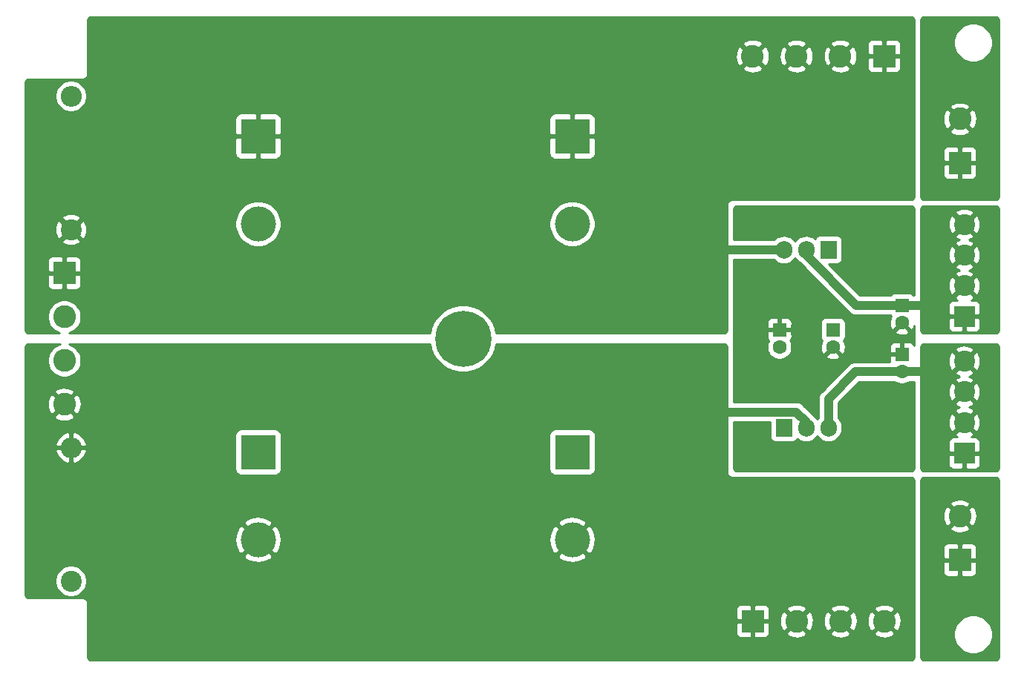
<source format=gbr>
G04 #@! TF.GenerationSoftware,KiCad,Pcbnew,5.1.9*
G04 #@! TF.CreationDate,2021-04-19T04:03:33-04:00*
G04 #@! TF.ProjectId,lm3886_psu_4ch,6c6d3338-3836-45f7-9073-755f3463682e,rev?*
G04 #@! TF.SameCoordinates,Original*
G04 #@! TF.FileFunction,Copper,L1,Top*
G04 #@! TF.FilePolarity,Positive*
%FSLAX46Y46*%
G04 Gerber Fmt 4.6, Leading zero omitted, Abs format (unit mm)*
G04 Created by KiCad (PCBNEW 5.1.9) date 2021-04-19 04:03:33*
%MOMM*%
%LPD*%
G01*
G04 APERTURE LIST*
G04 #@! TA.AperFunction,ComponentPad*
%ADD10C,0.800000*%
G04 #@! TD*
G04 #@! TA.AperFunction,ComponentPad*
%ADD11C,6.400000*%
G04 #@! TD*
G04 #@! TA.AperFunction,ComponentPad*
%ADD12C,2.600000*%
G04 #@! TD*
G04 #@! TA.AperFunction,ComponentPad*
%ADD13R,2.600000X2.600000*%
G04 #@! TD*
G04 #@! TA.AperFunction,ComponentPad*
%ADD14C,2.400000*%
G04 #@! TD*
G04 #@! TA.AperFunction,ComponentPad*
%ADD15R,2.400000X2.400000*%
G04 #@! TD*
G04 #@! TA.AperFunction,ComponentPad*
%ADD16C,4.000000*%
G04 #@! TD*
G04 #@! TA.AperFunction,ComponentPad*
%ADD17R,4.000000X4.000000*%
G04 #@! TD*
G04 #@! TA.AperFunction,ComponentPad*
%ADD18C,1.600000*%
G04 #@! TD*
G04 #@! TA.AperFunction,ComponentPad*
%ADD19R,1.600000X1.600000*%
G04 #@! TD*
G04 #@! TA.AperFunction,ComponentPad*
%ADD20O,2.400000X2.400000*%
G04 #@! TD*
G04 #@! TA.AperFunction,ComponentPad*
%ADD21O,1.905000X2.000000*%
G04 #@! TD*
G04 #@! TA.AperFunction,ComponentPad*
%ADD22R,1.905000X2.000000*%
G04 #@! TD*
G04 #@! TA.AperFunction,ViaPad*
%ADD23C,0.800000*%
G04 #@! TD*
G04 #@! TA.AperFunction,Conductor*
%ADD24C,1.000000*%
G04 #@! TD*
G04 #@! TA.AperFunction,Conductor*
%ADD25C,0.254000*%
G04 #@! TD*
G04 #@! TA.AperFunction,Conductor*
%ADD26C,0.100000*%
G04 #@! TD*
G04 APERTURE END LIST*
D10*
X130983056Y-88726944D03*
X129286000Y-88024000D03*
X127588944Y-88726944D03*
X126886000Y-90424000D03*
X127588944Y-92121056D03*
X129286000Y-92824000D03*
X130983056Y-92121056D03*
X131686000Y-90424000D03*
D11*
X129286000Y-90424000D03*
D12*
X185928000Y-110697000D03*
D13*
X185928000Y-115697000D03*
D12*
X185928000Y-65358000D03*
D13*
X185928000Y-70358000D03*
D12*
X177306000Y-122682000D03*
X172306000Y-122682000D03*
X167306000Y-122682000D03*
D13*
X162306000Y-122682000D03*
D12*
X162292000Y-58166000D03*
X167292000Y-58166000D03*
X172292000Y-58166000D03*
D13*
X177292000Y-58166000D03*
D14*
X186436000Y-93005000D03*
X186436000Y-96505000D03*
X186436000Y-100005000D03*
D15*
X186436000Y-103505000D03*
D14*
X186436000Y-77384000D03*
X186436000Y-80884000D03*
X186436000Y-84384000D03*
D15*
X186436000Y-87884000D03*
D12*
X83820000Y-97931000D03*
X83820000Y-92931000D03*
X83820000Y-87931000D03*
D13*
X83820000Y-82931000D03*
D16*
X141732000Y-113378000D03*
D17*
X141732000Y-103378000D03*
D16*
X141732000Y-77310000D03*
D17*
X141732000Y-67310000D03*
D18*
X179324000Y-94202000D03*
D19*
X179324000Y-92202000D03*
D18*
X179324000Y-88614000D03*
D19*
X179324000Y-86614000D03*
D18*
X165354000Y-91408000D03*
D19*
X165354000Y-89408000D03*
D18*
X171450000Y-91408000D03*
D19*
X171450000Y-89408000D03*
D20*
X84582000Y-102870000D03*
D14*
X84582000Y-118110000D03*
D20*
X84582000Y-62738000D03*
D14*
X84582000Y-77978000D03*
D21*
X170942000Y-100584000D03*
X168402000Y-100584000D03*
D22*
X165862000Y-100584000D03*
D21*
X165862000Y-80264000D03*
X168402000Y-80264000D03*
D22*
X170942000Y-80264000D03*
D16*
X105918000Y-113378000D03*
D17*
X105918000Y-103378000D03*
D16*
X105918000Y-77310000D03*
D17*
X105918000Y-67310000D03*
D23*
X175768000Y-75946000D03*
X175768000Y-76708000D03*
X175768000Y-77470000D03*
X175006000Y-75946000D03*
X175006000Y-76708000D03*
X175006000Y-77470000D03*
X174244000Y-75946000D03*
X174244000Y-76708000D03*
X174244000Y-77470000D03*
X161798000Y-76708000D03*
X162560000Y-77470000D03*
X161798000Y-77470000D03*
X161798000Y-75946000D03*
X161036000Y-77470000D03*
X161036000Y-75946000D03*
X162560000Y-76708000D03*
X161036000Y-76708000D03*
X162560000Y-75946000D03*
X161798000Y-104902000D03*
X161036000Y-104902000D03*
X162560000Y-104140000D03*
X162560000Y-104902000D03*
X161798000Y-104140000D03*
X161036000Y-104140000D03*
X162560000Y-103378000D03*
X161798000Y-103378000D03*
X161036000Y-103378000D03*
X175768000Y-104902000D03*
X174244000Y-103378000D03*
X175006000Y-104140000D03*
X175768000Y-104140000D03*
X175006000Y-104902000D03*
X175768000Y-103378000D03*
X175006000Y-103378000D03*
X174244000Y-104902000D03*
X174244000Y-104140000D03*
X163322000Y-76708000D03*
X163322000Y-77470000D03*
X163322000Y-75946000D03*
X173482000Y-75946000D03*
X173482000Y-76708000D03*
X173482000Y-77470000D03*
X163322000Y-104902000D03*
X163322000Y-104140000D03*
X163322000Y-103378000D03*
X173482000Y-104902000D03*
X173482000Y-104140000D03*
X173482000Y-103378000D03*
X161290000Y-81788000D03*
X162560000Y-81788000D03*
X161290000Y-97282000D03*
X162560000Y-97282000D03*
D24*
X165862000Y-80264000D02*
X158242000Y-80264000D01*
X168402000Y-99911498D02*
X167296502Y-98806000D01*
X168402000Y-100584000D02*
X168402000Y-99911498D01*
X167296502Y-98806000D02*
X158242000Y-98806000D01*
X174079498Y-86614000D02*
X179324000Y-86614000D01*
X168402000Y-80936502D02*
X174079498Y-86614000D01*
X168402000Y-80264000D02*
X168402000Y-80936502D01*
X179324000Y-86614000D02*
X182118000Y-86614000D01*
X170942000Y-100584000D02*
X170942000Y-97282000D01*
X174022000Y-94202000D02*
X179324000Y-94202000D01*
X170942000Y-97282000D02*
X174022000Y-94202000D01*
X179324000Y-94202000D02*
X182086000Y-94202000D01*
D25*
X180533955Y-53771923D02*
X180610976Y-53831024D01*
X180670077Y-53908045D01*
X180707231Y-53997743D01*
X180721000Y-54102328D01*
X180721000Y-74167672D01*
X180707231Y-74272257D01*
X180670077Y-74361955D01*
X180610976Y-74438976D01*
X180533955Y-74498077D01*
X180444257Y-74535231D01*
X180339672Y-74549000D01*
X160012000Y-74549000D01*
X159995423Y-74550086D01*
X159866013Y-74567123D01*
X159833989Y-74575704D01*
X159713399Y-74625654D01*
X159684687Y-74642232D01*
X159581134Y-74721692D01*
X159557692Y-74745134D01*
X159478232Y-74848687D01*
X159461654Y-74877399D01*
X159411704Y-74997989D01*
X159403123Y-75030013D01*
X159386086Y-75159423D01*
X159385000Y-75176000D01*
X159385000Y-89407672D01*
X159371231Y-89512257D01*
X159334077Y-89601955D01*
X159274976Y-89678976D01*
X159197955Y-89738077D01*
X159108257Y-89775231D01*
X159003672Y-89789000D01*
X133069823Y-89789000D01*
X132973623Y-89305372D01*
X132684533Y-88607446D01*
X132264839Y-87979330D01*
X131730670Y-87445161D01*
X131102554Y-87025467D01*
X130404628Y-86736377D01*
X129663715Y-86589000D01*
X128908285Y-86589000D01*
X128167372Y-86736377D01*
X127469446Y-87025467D01*
X126841330Y-87445161D01*
X126307161Y-87979330D01*
X125887467Y-88607446D01*
X125598377Y-89305372D01*
X125502177Y-89789000D01*
X84390790Y-89789000D01*
X84736566Y-89645775D01*
X85053491Y-89434013D01*
X85323013Y-89164491D01*
X85534775Y-88847566D01*
X85680639Y-88495419D01*
X85755000Y-88121581D01*
X85755000Y-87740419D01*
X85680639Y-87366581D01*
X85534775Y-87014434D01*
X85323013Y-86697509D01*
X85053491Y-86427987D01*
X84736566Y-86216225D01*
X84384419Y-86070361D01*
X84010581Y-85996000D01*
X83629419Y-85996000D01*
X83255581Y-86070361D01*
X82903434Y-86216225D01*
X82586509Y-86427987D01*
X82316987Y-86697509D01*
X82105225Y-87014434D01*
X81959361Y-87366581D01*
X81885000Y-87740419D01*
X81885000Y-88121581D01*
X81959361Y-88495419D01*
X82105225Y-88847566D01*
X82316987Y-89164491D01*
X82586509Y-89434013D01*
X82903434Y-89645775D01*
X83249210Y-89789000D01*
X79756328Y-89789000D01*
X79651743Y-89775231D01*
X79562045Y-89738077D01*
X79485024Y-89678976D01*
X79425923Y-89601955D01*
X79400000Y-89539371D01*
X79400000Y-84231000D01*
X81881928Y-84231000D01*
X81894188Y-84355482D01*
X81930498Y-84475180D01*
X81989463Y-84585494D01*
X82068815Y-84682185D01*
X82165506Y-84761537D01*
X82275820Y-84820502D01*
X82395518Y-84856812D01*
X82520000Y-84869072D01*
X83534250Y-84866000D01*
X83693000Y-84707250D01*
X83693000Y-83058000D01*
X83947000Y-83058000D01*
X83947000Y-84707250D01*
X84105750Y-84866000D01*
X85120000Y-84869072D01*
X85244482Y-84856812D01*
X85364180Y-84820502D01*
X85474494Y-84761537D01*
X85571185Y-84682185D01*
X85650537Y-84585494D01*
X85709502Y-84475180D01*
X85745812Y-84355482D01*
X85758072Y-84231000D01*
X85755000Y-83216750D01*
X85596250Y-83058000D01*
X83947000Y-83058000D01*
X83693000Y-83058000D01*
X82043750Y-83058000D01*
X81885000Y-83216750D01*
X81881928Y-84231000D01*
X79400000Y-84231000D01*
X79400000Y-81631000D01*
X81881928Y-81631000D01*
X81885000Y-82645250D01*
X82043750Y-82804000D01*
X83693000Y-82804000D01*
X83693000Y-81154750D01*
X83947000Y-81154750D01*
X83947000Y-82804000D01*
X85596250Y-82804000D01*
X85755000Y-82645250D01*
X85758072Y-81631000D01*
X85745812Y-81506518D01*
X85709502Y-81386820D01*
X85650537Y-81276506D01*
X85571185Y-81179815D01*
X85474494Y-81100463D01*
X85364180Y-81041498D01*
X85244482Y-81005188D01*
X85120000Y-80992928D01*
X84105750Y-80996000D01*
X83947000Y-81154750D01*
X83693000Y-81154750D01*
X83534250Y-80996000D01*
X82520000Y-80992928D01*
X82395518Y-81005188D01*
X82275820Y-81041498D01*
X82165506Y-81100463D01*
X82068815Y-81179815D01*
X81989463Y-81276506D01*
X81930498Y-81386820D01*
X81894188Y-81506518D01*
X81881928Y-81631000D01*
X79400000Y-81631000D01*
X79400000Y-79255980D01*
X83483626Y-79255980D01*
X83603514Y-79540836D01*
X83927210Y-79701699D01*
X84276069Y-79796322D01*
X84636684Y-79821067D01*
X84995198Y-79774985D01*
X85337833Y-79659846D01*
X85560486Y-79540836D01*
X85680374Y-79255980D01*
X84582000Y-78157605D01*
X83483626Y-79255980D01*
X79400000Y-79255980D01*
X79400000Y-78032684D01*
X82738933Y-78032684D01*
X82785015Y-78391198D01*
X82900154Y-78733833D01*
X83019164Y-78956486D01*
X83304020Y-79076374D01*
X84402395Y-77978000D01*
X84761605Y-77978000D01*
X85859980Y-79076374D01*
X86144836Y-78956486D01*
X86305699Y-78632790D01*
X86400322Y-78283931D01*
X86425067Y-77923316D01*
X86378985Y-77564802D01*
X86263846Y-77222167D01*
X86172076Y-77050475D01*
X103283000Y-77050475D01*
X103283000Y-77569525D01*
X103384261Y-78078601D01*
X103582893Y-78558141D01*
X103871262Y-78989715D01*
X104238285Y-79356738D01*
X104669859Y-79645107D01*
X105149399Y-79843739D01*
X105658475Y-79945000D01*
X106177525Y-79945000D01*
X106686601Y-79843739D01*
X107166141Y-79645107D01*
X107597715Y-79356738D01*
X107964738Y-78989715D01*
X108253107Y-78558141D01*
X108451739Y-78078601D01*
X108553000Y-77569525D01*
X108553000Y-77050475D01*
X139097000Y-77050475D01*
X139097000Y-77569525D01*
X139198261Y-78078601D01*
X139396893Y-78558141D01*
X139685262Y-78989715D01*
X140052285Y-79356738D01*
X140483859Y-79645107D01*
X140963399Y-79843739D01*
X141472475Y-79945000D01*
X141991525Y-79945000D01*
X142500601Y-79843739D01*
X142980141Y-79645107D01*
X143411715Y-79356738D01*
X143778738Y-78989715D01*
X144067107Y-78558141D01*
X144265739Y-78078601D01*
X144367000Y-77569525D01*
X144367000Y-77050475D01*
X144265739Y-76541399D01*
X144067107Y-76061859D01*
X143778738Y-75630285D01*
X143411715Y-75263262D01*
X142980141Y-74974893D01*
X142500601Y-74776261D01*
X141991525Y-74675000D01*
X141472475Y-74675000D01*
X140963399Y-74776261D01*
X140483859Y-74974893D01*
X140052285Y-75263262D01*
X139685262Y-75630285D01*
X139396893Y-76061859D01*
X139198261Y-76541399D01*
X139097000Y-77050475D01*
X108553000Y-77050475D01*
X108451739Y-76541399D01*
X108253107Y-76061859D01*
X107964738Y-75630285D01*
X107597715Y-75263262D01*
X107166141Y-74974893D01*
X106686601Y-74776261D01*
X106177525Y-74675000D01*
X105658475Y-74675000D01*
X105149399Y-74776261D01*
X104669859Y-74974893D01*
X104238285Y-75263262D01*
X103871262Y-75630285D01*
X103582893Y-76061859D01*
X103384261Y-76541399D01*
X103283000Y-77050475D01*
X86172076Y-77050475D01*
X86144836Y-76999514D01*
X85859980Y-76879626D01*
X84761605Y-77978000D01*
X84402395Y-77978000D01*
X83304020Y-76879626D01*
X83019164Y-76999514D01*
X82858301Y-77323210D01*
X82763678Y-77672069D01*
X82738933Y-78032684D01*
X79400000Y-78032684D01*
X79400000Y-76700020D01*
X83483626Y-76700020D01*
X84582000Y-77798395D01*
X85680374Y-76700020D01*
X85560486Y-76415164D01*
X85236790Y-76254301D01*
X84887931Y-76159678D01*
X84527316Y-76134933D01*
X84168802Y-76181015D01*
X83826167Y-76296154D01*
X83603514Y-76415164D01*
X83483626Y-76700020D01*
X79400000Y-76700020D01*
X79400000Y-69310000D01*
X103279928Y-69310000D01*
X103292188Y-69434482D01*
X103328498Y-69554180D01*
X103387463Y-69664494D01*
X103466815Y-69761185D01*
X103563506Y-69840537D01*
X103673820Y-69899502D01*
X103793518Y-69935812D01*
X103918000Y-69948072D01*
X105632250Y-69945000D01*
X105791000Y-69786250D01*
X105791000Y-67437000D01*
X106045000Y-67437000D01*
X106045000Y-69786250D01*
X106203750Y-69945000D01*
X107918000Y-69948072D01*
X108042482Y-69935812D01*
X108162180Y-69899502D01*
X108272494Y-69840537D01*
X108369185Y-69761185D01*
X108448537Y-69664494D01*
X108507502Y-69554180D01*
X108543812Y-69434482D01*
X108556072Y-69310000D01*
X139093928Y-69310000D01*
X139106188Y-69434482D01*
X139142498Y-69554180D01*
X139201463Y-69664494D01*
X139280815Y-69761185D01*
X139377506Y-69840537D01*
X139487820Y-69899502D01*
X139607518Y-69935812D01*
X139732000Y-69948072D01*
X141446250Y-69945000D01*
X141605000Y-69786250D01*
X141605000Y-67437000D01*
X141859000Y-67437000D01*
X141859000Y-69786250D01*
X142017750Y-69945000D01*
X143732000Y-69948072D01*
X143856482Y-69935812D01*
X143976180Y-69899502D01*
X144086494Y-69840537D01*
X144183185Y-69761185D01*
X144262537Y-69664494D01*
X144321502Y-69554180D01*
X144357812Y-69434482D01*
X144370072Y-69310000D01*
X144367000Y-67595750D01*
X144208250Y-67437000D01*
X141859000Y-67437000D01*
X141605000Y-67437000D01*
X139255750Y-67437000D01*
X139097000Y-67595750D01*
X139093928Y-69310000D01*
X108556072Y-69310000D01*
X108553000Y-67595750D01*
X108394250Y-67437000D01*
X106045000Y-67437000D01*
X105791000Y-67437000D01*
X103441750Y-67437000D01*
X103283000Y-67595750D01*
X103279928Y-69310000D01*
X79400000Y-69310000D01*
X79400000Y-65310000D01*
X103279928Y-65310000D01*
X103283000Y-67024250D01*
X103441750Y-67183000D01*
X105791000Y-67183000D01*
X105791000Y-64833750D01*
X106045000Y-64833750D01*
X106045000Y-67183000D01*
X108394250Y-67183000D01*
X108553000Y-67024250D01*
X108556072Y-65310000D01*
X139093928Y-65310000D01*
X139097000Y-67024250D01*
X139255750Y-67183000D01*
X141605000Y-67183000D01*
X141605000Y-64833750D01*
X141859000Y-64833750D01*
X141859000Y-67183000D01*
X144208250Y-67183000D01*
X144367000Y-67024250D01*
X144370072Y-65310000D01*
X144357812Y-65185518D01*
X144321502Y-65065820D01*
X144262537Y-64955506D01*
X144183185Y-64858815D01*
X144086494Y-64779463D01*
X143976180Y-64720498D01*
X143856482Y-64684188D01*
X143732000Y-64671928D01*
X142017750Y-64675000D01*
X141859000Y-64833750D01*
X141605000Y-64833750D01*
X141446250Y-64675000D01*
X139732000Y-64671928D01*
X139607518Y-64684188D01*
X139487820Y-64720498D01*
X139377506Y-64779463D01*
X139280815Y-64858815D01*
X139201463Y-64955506D01*
X139142498Y-65065820D01*
X139106188Y-65185518D01*
X139093928Y-65310000D01*
X108556072Y-65310000D01*
X108543812Y-65185518D01*
X108507502Y-65065820D01*
X108448537Y-64955506D01*
X108369185Y-64858815D01*
X108272494Y-64779463D01*
X108162180Y-64720498D01*
X108042482Y-64684188D01*
X107918000Y-64671928D01*
X106203750Y-64675000D01*
X106045000Y-64833750D01*
X105791000Y-64833750D01*
X105632250Y-64675000D01*
X103918000Y-64671928D01*
X103793518Y-64684188D01*
X103673820Y-64720498D01*
X103563506Y-64779463D01*
X103466815Y-64858815D01*
X103387463Y-64955506D01*
X103328498Y-65065820D01*
X103292188Y-65185518D01*
X103279928Y-65310000D01*
X79400000Y-65310000D01*
X79400000Y-62557268D01*
X82747000Y-62557268D01*
X82747000Y-62918732D01*
X82817518Y-63273250D01*
X82955844Y-63607199D01*
X83156662Y-63907744D01*
X83412256Y-64163338D01*
X83712801Y-64364156D01*
X84046750Y-64502482D01*
X84401268Y-64573000D01*
X84762732Y-64573000D01*
X85117250Y-64502482D01*
X85451199Y-64364156D01*
X85751744Y-64163338D01*
X86007338Y-63907744D01*
X86208156Y-63607199D01*
X86346482Y-63273250D01*
X86417000Y-62918732D01*
X86417000Y-62557268D01*
X86346482Y-62202750D01*
X86208156Y-61868801D01*
X86007338Y-61568256D01*
X85751744Y-61312662D01*
X85451199Y-61111844D01*
X85117250Y-60973518D01*
X84762732Y-60903000D01*
X84401268Y-60903000D01*
X84046750Y-60973518D01*
X83712801Y-61111844D01*
X83412256Y-61312662D01*
X83156662Y-61568256D01*
X82955844Y-61868801D01*
X82817518Y-62202750D01*
X82747000Y-62557268D01*
X79400000Y-62557268D01*
X79400000Y-61082629D01*
X79425923Y-61020045D01*
X79485024Y-60943024D01*
X79562045Y-60883923D01*
X79651743Y-60846769D01*
X79756328Y-60833000D01*
X85860000Y-60833000D01*
X85876577Y-60831914D01*
X86005987Y-60814877D01*
X86038011Y-60806296D01*
X86158601Y-60756346D01*
X86187313Y-60739768D01*
X86290866Y-60660308D01*
X86314308Y-60636866D01*
X86393768Y-60533313D01*
X86410346Y-60504601D01*
X86460296Y-60384011D01*
X86468877Y-60351987D01*
X86485914Y-60222577D01*
X86487000Y-60206000D01*
X86487000Y-59515224D01*
X161122381Y-59515224D01*
X161254317Y-59810312D01*
X161595045Y-59981159D01*
X161962557Y-60082250D01*
X162342729Y-60109701D01*
X162720951Y-60062457D01*
X163082690Y-59942333D01*
X163329683Y-59810312D01*
X163461619Y-59515224D01*
X166122381Y-59515224D01*
X166254317Y-59810312D01*
X166595045Y-59981159D01*
X166962557Y-60082250D01*
X167342729Y-60109701D01*
X167720951Y-60062457D01*
X168082690Y-59942333D01*
X168329683Y-59810312D01*
X168461619Y-59515224D01*
X171122381Y-59515224D01*
X171254317Y-59810312D01*
X171595045Y-59981159D01*
X171962557Y-60082250D01*
X172342729Y-60109701D01*
X172720951Y-60062457D01*
X173082690Y-59942333D01*
X173329683Y-59810312D01*
X173461619Y-59515224D01*
X173412395Y-59466000D01*
X175353928Y-59466000D01*
X175366188Y-59590482D01*
X175402498Y-59710180D01*
X175461463Y-59820494D01*
X175540815Y-59917185D01*
X175637506Y-59996537D01*
X175747820Y-60055502D01*
X175867518Y-60091812D01*
X175992000Y-60104072D01*
X177006250Y-60101000D01*
X177165000Y-59942250D01*
X177165000Y-58293000D01*
X177419000Y-58293000D01*
X177419000Y-59942250D01*
X177577750Y-60101000D01*
X178592000Y-60104072D01*
X178716482Y-60091812D01*
X178836180Y-60055502D01*
X178946494Y-59996537D01*
X179043185Y-59917185D01*
X179122537Y-59820494D01*
X179181502Y-59710180D01*
X179217812Y-59590482D01*
X179230072Y-59466000D01*
X179227000Y-58451750D01*
X179068250Y-58293000D01*
X177419000Y-58293000D01*
X177165000Y-58293000D01*
X175515750Y-58293000D01*
X175357000Y-58451750D01*
X175353928Y-59466000D01*
X173412395Y-59466000D01*
X172292000Y-58345605D01*
X171122381Y-59515224D01*
X168461619Y-59515224D01*
X167292000Y-58345605D01*
X166122381Y-59515224D01*
X163461619Y-59515224D01*
X162292000Y-58345605D01*
X161122381Y-59515224D01*
X86487000Y-59515224D01*
X86487000Y-58216729D01*
X160348299Y-58216729D01*
X160395543Y-58594951D01*
X160515667Y-58956690D01*
X160647688Y-59203683D01*
X160942776Y-59335619D01*
X162112395Y-58166000D01*
X162471605Y-58166000D01*
X163641224Y-59335619D01*
X163936312Y-59203683D01*
X164107159Y-58862955D01*
X164208250Y-58495443D01*
X164228375Y-58216729D01*
X165348299Y-58216729D01*
X165395543Y-58594951D01*
X165515667Y-58956690D01*
X165647688Y-59203683D01*
X165942776Y-59335619D01*
X167112395Y-58166000D01*
X167471605Y-58166000D01*
X168641224Y-59335619D01*
X168936312Y-59203683D01*
X169107159Y-58862955D01*
X169208250Y-58495443D01*
X169228375Y-58216729D01*
X170348299Y-58216729D01*
X170395543Y-58594951D01*
X170515667Y-58956690D01*
X170647688Y-59203683D01*
X170942776Y-59335619D01*
X172112395Y-58166000D01*
X172471605Y-58166000D01*
X173641224Y-59335619D01*
X173936312Y-59203683D01*
X174107159Y-58862955D01*
X174208250Y-58495443D01*
X174235701Y-58115271D01*
X174188457Y-57737049D01*
X174068333Y-57375310D01*
X173936312Y-57128317D01*
X173641224Y-56996381D01*
X172471605Y-58166000D01*
X172112395Y-58166000D01*
X170942776Y-56996381D01*
X170647688Y-57128317D01*
X170476841Y-57469045D01*
X170375750Y-57836557D01*
X170348299Y-58216729D01*
X169228375Y-58216729D01*
X169235701Y-58115271D01*
X169188457Y-57737049D01*
X169068333Y-57375310D01*
X168936312Y-57128317D01*
X168641224Y-56996381D01*
X167471605Y-58166000D01*
X167112395Y-58166000D01*
X165942776Y-56996381D01*
X165647688Y-57128317D01*
X165476841Y-57469045D01*
X165375750Y-57836557D01*
X165348299Y-58216729D01*
X164228375Y-58216729D01*
X164235701Y-58115271D01*
X164188457Y-57737049D01*
X164068333Y-57375310D01*
X163936312Y-57128317D01*
X163641224Y-56996381D01*
X162471605Y-58166000D01*
X162112395Y-58166000D01*
X160942776Y-56996381D01*
X160647688Y-57128317D01*
X160476841Y-57469045D01*
X160375750Y-57836557D01*
X160348299Y-58216729D01*
X86487000Y-58216729D01*
X86487000Y-56816776D01*
X161122381Y-56816776D01*
X162292000Y-57986395D01*
X163461619Y-56816776D01*
X166122381Y-56816776D01*
X167292000Y-57986395D01*
X168461619Y-56816776D01*
X171122381Y-56816776D01*
X172292000Y-57986395D01*
X173412395Y-56866000D01*
X175353928Y-56866000D01*
X175357000Y-57880250D01*
X175515750Y-58039000D01*
X177165000Y-58039000D01*
X177165000Y-56389750D01*
X177419000Y-56389750D01*
X177419000Y-58039000D01*
X179068250Y-58039000D01*
X179227000Y-57880250D01*
X179230072Y-56866000D01*
X179217812Y-56741518D01*
X179181502Y-56621820D01*
X179122537Y-56511506D01*
X179043185Y-56414815D01*
X178946494Y-56335463D01*
X178836180Y-56276498D01*
X178716482Y-56240188D01*
X178592000Y-56227928D01*
X177577750Y-56231000D01*
X177419000Y-56389750D01*
X177165000Y-56389750D01*
X177006250Y-56231000D01*
X175992000Y-56227928D01*
X175867518Y-56240188D01*
X175747820Y-56276498D01*
X175637506Y-56335463D01*
X175540815Y-56414815D01*
X175461463Y-56511506D01*
X175402498Y-56621820D01*
X175366188Y-56741518D01*
X175353928Y-56866000D01*
X173412395Y-56866000D01*
X173461619Y-56816776D01*
X173329683Y-56521688D01*
X172988955Y-56350841D01*
X172621443Y-56249750D01*
X172241271Y-56222299D01*
X171863049Y-56269543D01*
X171501310Y-56389667D01*
X171254317Y-56521688D01*
X171122381Y-56816776D01*
X168461619Y-56816776D01*
X168329683Y-56521688D01*
X167988955Y-56350841D01*
X167621443Y-56249750D01*
X167241271Y-56222299D01*
X166863049Y-56269543D01*
X166501310Y-56389667D01*
X166254317Y-56521688D01*
X166122381Y-56816776D01*
X163461619Y-56816776D01*
X163329683Y-56521688D01*
X162988955Y-56350841D01*
X162621443Y-56249750D01*
X162241271Y-56222299D01*
X161863049Y-56269543D01*
X161501310Y-56389667D01*
X161254317Y-56521688D01*
X161122381Y-56816776D01*
X86487000Y-56816776D01*
X86487000Y-54102328D01*
X86500769Y-53997743D01*
X86537923Y-53908045D01*
X86597024Y-53831024D01*
X86674045Y-53771923D01*
X86736629Y-53746000D01*
X180471371Y-53746000D01*
X180533955Y-53771923D01*
G04 #@! TA.AperFunction,Conductor*
D26*
G36*
X180533955Y-53771923D02*
G01*
X180610976Y-53831024D01*
X180670077Y-53908045D01*
X180707231Y-53997743D01*
X180721000Y-54102328D01*
X180721000Y-74167672D01*
X180707231Y-74272257D01*
X180670077Y-74361955D01*
X180610976Y-74438976D01*
X180533955Y-74498077D01*
X180444257Y-74535231D01*
X180339672Y-74549000D01*
X160012000Y-74549000D01*
X159995423Y-74550086D01*
X159866013Y-74567123D01*
X159833989Y-74575704D01*
X159713399Y-74625654D01*
X159684687Y-74642232D01*
X159581134Y-74721692D01*
X159557692Y-74745134D01*
X159478232Y-74848687D01*
X159461654Y-74877399D01*
X159411704Y-74997989D01*
X159403123Y-75030013D01*
X159386086Y-75159423D01*
X159385000Y-75176000D01*
X159385000Y-89407672D01*
X159371231Y-89512257D01*
X159334077Y-89601955D01*
X159274976Y-89678976D01*
X159197955Y-89738077D01*
X159108257Y-89775231D01*
X159003672Y-89789000D01*
X133069823Y-89789000D01*
X132973623Y-89305372D01*
X132684533Y-88607446D01*
X132264839Y-87979330D01*
X131730670Y-87445161D01*
X131102554Y-87025467D01*
X130404628Y-86736377D01*
X129663715Y-86589000D01*
X128908285Y-86589000D01*
X128167372Y-86736377D01*
X127469446Y-87025467D01*
X126841330Y-87445161D01*
X126307161Y-87979330D01*
X125887467Y-88607446D01*
X125598377Y-89305372D01*
X125502177Y-89789000D01*
X84390790Y-89789000D01*
X84736566Y-89645775D01*
X85053491Y-89434013D01*
X85323013Y-89164491D01*
X85534775Y-88847566D01*
X85680639Y-88495419D01*
X85755000Y-88121581D01*
X85755000Y-87740419D01*
X85680639Y-87366581D01*
X85534775Y-87014434D01*
X85323013Y-86697509D01*
X85053491Y-86427987D01*
X84736566Y-86216225D01*
X84384419Y-86070361D01*
X84010581Y-85996000D01*
X83629419Y-85996000D01*
X83255581Y-86070361D01*
X82903434Y-86216225D01*
X82586509Y-86427987D01*
X82316987Y-86697509D01*
X82105225Y-87014434D01*
X81959361Y-87366581D01*
X81885000Y-87740419D01*
X81885000Y-88121581D01*
X81959361Y-88495419D01*
X82105225Y-88847566D01*
X82316987Y-89164491D01*
X82586509Y-89434013D01*
X82903434Y-89645775D01*
X83249210Y-89789000D01*
X79756328Y-89789000D01*
X79651743Y-89775231D01*
X79562045Y-89738077D01*
X79485024Y-89678976D01*
X79425923Y-89601955D01*
X79400000Y-89539371D01*
X79400000Y-84231000D01*
X81881928Y-84231000D01*
X81894188Y-84355482D01*
X81930498Y-84475180D01*
X81989463Y-84585494D01*
X82068815Y-84682185D01*
X82165506Y-84761537D01*
X82275820Y-84820502D01*
X82395518Y-84856812D01*
X82520000Y-84869072D01*
X83534250Y-84866000D01*
X83693000Y-84707250D01*
X83693000Y-83058000D01*
X83947000Y-83058000D01*
X83947000Y-84707250D01*
X84105750Y-84866000D01*
X85120000Y-84869072D01*
X85244482Y-84856812D01*
X85364180Y-84820502D01*
X85474494Y-84761537D01*
X85571185Y-84682185D01*
X85650537Y-84585494D01*
X85709502Y-84475180D01*
X85745812Y-84355482D01*
X85758072Y-84231000D01*
X85755000Y-83216750D01*
X85596250Y-83058000D01*
X83947000Y-83058000D01*
X83693000Y-83058000D01*
X82043750Y-83058000D01*
X81885000Y-83216750D01*
X81881928Y-84231000D01*
X79400000Y-84231000D01*
X79400000Y-81631000D01*
X81881928Y-81631000D01*
X81885000Y-82645250D01*
X82043750Y-82804000D01*
X83693000Y-82804000D01*
X83693000Y-81154750D01*
X83947000Y-81154750D01*
X83947000Y-82804000D01*
X85596250Y-82804000D01*
X85755000Y-82645250D01*
X85758072Y-81631000D01*
X85745812Y-81506518D01*
X85709502Y-81386820D01*
X85650537Y-81276506D01*
X85571185Y-81179815D01*
X85474494Y-81100463D01*
X85364180Y-81041498D01*
X85244482Y-81005188D01*
X85120000Y-80992928D01*
X84105750Y-80996000D01*
X83947000Y-81154750D01*
X83693000Y-81154750D01*
X83534250Y-80996000D01*
X82520000Y-80992928D01*
X82395518Y-81005188D01*
X82275820Y-81041498D01*
X82165506Y-81100463D01*
X82068815Y-81179815D01*
X81989463Y-81276506D01*
X81930498Y-81386820D01*
X81894188Y-81506518D01*
X81881928Y-81631000D01*
X79400000Y-81631000D01*
X79400000Y-79255980D01*
X83483626Y-79255980D01*
X83603514Y-79540836D01*
X83927210Y-79701699D01*
X84276069Y-79796322D01*
X84636684Y-79821067D01*
X84995198Y-79774985D01*
X85337833Y-79659846D01*
X85560486Y-79540836D01*
X85680374Y-79255980D01*
X84582000Y-78157605D01*
X83483626Y-79255980D01*
X79400000Y-79255980D01*
X79400000Y-78032684D01*
X82738933Y-78032684D01*
X82785015Y-78391198D01*
X82900154Y-78733833D01*
X83019164Y-78956486D01*
X83304020Y-79076374D01*
X84402395Y-77978000D01*
X84761605Y-77978000D01*
X85859980Y-79076374D01*
X86144836Y-78956486D01*
X86305699Y-78632790D01*
X86400322Y-78283931D01*
X86425067Y-77923316D01*
X86378985Y-77564802D01*
X86263846Y-77222167D01*
X86172076Y-77050475D01*
X103283000Y-77050475D01*
X103283000Y-77569525D01*
X103384261Y-78078601D01*
X103582893Y-78558141D01*
X103871262Y-78989715D01*
X104238285Y-79356738D01*
X104669859Y-79645107D01*
X105149399Y-79843739D01*
X105658475Y-79945000D01*
X106177525Y-79945000D01*
X106686601Y-79843739D01*
X107166141Y-79645107D01*
X107597715Y-79356738D01*
X107964738Y-78989715D01*
X108253107Y-78558141D01*
X108451739Y-78078601D01*
X108553000Y-77569525D01*
X108553000Y-77050475D01*
X139097000Y-77050475D01*
X139097000Y-77569525D01*
X139198261Y-78078601D01*
X139396893Y-78558141D01*
X139685262Y-78989715D01*
X140052285Y-79356738D01*
X140483859Y-79645107D01*
X140963399Y-79843739D01*
X141472475Y-79945000D01*
X141991525Y-79945000D01*
X142500601Y-79843739D01*
X142980141Y-79645107D01*
X143411715Y-79356738D01*
X143778738Y-78989715D01*
X144067107Y-78558141D01*
X144265739Y-78078601D01*
X144367000Y-77569525D01*
X144367000Y-77050475D01*
X144265739Y-76541399D01*
X144067107Y-76061859D01*
X143778738Y-75630285D01*
X143411715Y-75263262D01*
X142980141Y-74974893D01*
X142500601Y-74776261D01*
X141991525Y-74675000D01*
X141472475Y-74675000D01*
X140963399Y-74776261D01*
X140483859Y-74974893D01*
X140052285Y-75263262D01*
X139685262Y-75630285D01*
X139396893Y-76061859D01*
X139198261Y-76541399D01*
X139097000Y-77050475D01*
X108553000Y-77050475D01*
X108451739Y-76541399D01*
X108253107Y-76061859D01*
X107964738Y-75630285D01*
X107597715Y-75263262D01*
X107166141Y-74974893D01*
X106686601Y-74776261D01*
X106177525Y-74675000D01*
X105658475Y-74675000D01*
X105149399Y-74776261D01*
X104669859Y-74974893D01*
X104238285Y-75263262D01*
X103871262Y-75630285D01*
X103582893Y-76061859D01*
X103384261Y-76541399D01*
X103283000Y-77050475D01*
X86172076Y-77050475D01*
X86144836Y-76999514D01*
X85859980Y-76879626D01*
X84761605Y-77978000D01*
X84402395Y-77978000D01*
X83304020Y-76879626D01*
X83019164Y-76999514D01*
X82858301Y-77323210D01*
X82763678Y-77672069D01*
X82738933Y-78032684D01*
X79400000Y-78032684D01*
X79400000Y-76700020D01*
X83483626Y-76700020D01*
X84582000Y-77798395D01*
X85680374Y-76700020D01*
X85560486Y-76415164D01*
X85236790Y-76254301D01*
X84887931Y-76159678D01*
X84527316Y-76134933D01*
X84168802Y-76181015D01*
X83826167Y-76296154D01*
X83603514Y-76415164D01*
X83483626Y-76700020D01*
X79400000Y-76700020D01*
X79400000Y-69310000D01*
X103279928Y-69310000D01*
X103292188Y-69434482D01*
X103328498Y-69554180D01*
X103387463Y-69664494D01*
X103466815Y-69761185D01*
X103563506Y-69840537D01*
X103673820Y-69899502D01*
X103793518Y-69935812D01*
X103918000Y-69948072D01*
X105632250Y-69945000D01*
X105791000Y-69786250D01*
X105791000Y-67437000D01*
X106045000Y-67437000D01*
X106045000Y-69786250D01*
X106203750Y-69945000D01*
X107918000Y-69948072D01*
X108042482Y-69935812D01*
X108162180Y-69899502D01*
X108272494Y-69840537D01*
X108369185Y-69761185D01*
X108448537Y-69664494D01*
X108507502Y-69554180D01*
X108543812Y-69434482D01*
X108556072Y-69310000D01*
X139093928Y-69310000D01*
X139106188Y-69434482D01*
X139142498Y-69554180D01*
X139201463Y-69664494D01*
X139280815Y-69761185D01*
X139377506Y-69840537D01*
X139487820Y-69899502D01*
X139607518Y-69935812D01*
X139732000Y-69948072D01*
X141446250Y-69945000D01*
X141605000Y-69786250D01*
X141605000Y-67437000D01*
X141859000Y-67437000D01*
X141859000Y-69786250D01*
X142017750Y-69945000D01*
X143732000Y-69948072D01*
X143856482Y-69935812D01*
X143976180Y-69899502D01*
X144086494Y-69840537D01*
X144183185Y-69761185D01*
X144262537Y-69664494D01*
X144321502Y-69554180D01*
X144357812Y-69434482D01*
X144370072Y-69310000D01*
X144367000Y-67595750D01*
X144208250Y-67437000D01*
X141859000Y-67437000D01*
X141605000Y-67437000D01*
X139255750Y-67437000D01*
X139097000Y-67595750D01*
X139093928Y-69310000D01*
X108556072Y-69310000D01*
X108553000Y-67595750D01*
X108394250Y-67437000D01*
X106045000Y-67437000D01*
X105791000Y-67437000D01*
X103441750Y-67437000D01*
X103283000Y-67595750D01*
X103279928Y-69310000D01*
X79400000Y-69310000D01*
X79400000Y-65310000D01*
X103279928Y-65310000D01*
X103283000Y-67024250D01*
X103441750Y-67183000D01*
X105791000Y-67183000D01*
X105791000Y-64833750D01*
X106045000Y-64833750D01*
X106045000Y-67183000D01*
X108394250Y-67183000D01*
X108553000Y-67024250D01*
X108556072Y-65310000D01*
X139093928Y-65310000D01*
X139097000Y-67024250D01*
X139255750Y-67183000D01*
X141605000Y-67183000D01*
X141605000Y-64833750D01*
X141859000Y-64833750D01*
X141859000Y-67183000D01*
X144208250Y-67183000D01*
X144367000Y-67024250D01*
X144370072Y-65310000D01*
X144357812Y-65185518D01*
X144321502Y-65065820D01*
X144262537Y-64955506D01*
X144183185Y-64858815D01*
X144086494Y-64779463D01*
X143976180Y-64720498D01*
X143856482Y-64684188D01*
X143732000Y-64671928D01*
X142017750Y-64675000D01*
X141859000Y-64833750D01*
X141605000Y-64833750D01*
X141446250Y-64675000D01*
X139732000Y-64671928D01*
X139607518Y-64684188D01*
X139487820Y-64720498D01*
X139377506Y-64779463D01*
X139280815Y-64858815D01*
X139201463Y-64955506D01*
X139142498Y-65065820D01*
X139106188Y-65185518D01*
X139093928Y-65310000D01*
X108556072Y-65310000D01*
X108543812Y-65185518D01*
X108507502Y-65065820D01*
X108448537Y-64955506D01*
X108369185Y-64858815D01*
X108272494Y-64779463D01*
X108162180Y-64720498D01*
X108042482Y-64684188D01*
X107918000Y-64671928D01*
X106203750Y-64675000D01*
X106045000Y-64833750D01*
X105791000Y-64833750D01*
X105632250Y-64675000D01*
X103918000Y-64671928D01*
X103793518Y-64684188D01*
X103673820Y-64720498D01*
X103563506Y-64779463D01*
X103466815Y-64858815D01*
X103387463Y-64955506D01*
X103328498Y-65065820D01*
X103292188Y-65185518D01*
X103279928Y-65310000D01*
X79400000Y-65310000D01*
X79400000Y-62557268D01*
X82747000Y-62557268D01*
X82747000Y-62918732D01*
X82817518Y-63273250D01*
X82955844Y-63607199D01*
X83156662Y-63907744D01*
X83412256Y-64163338D01*
X83712801Y-64364156D01*
X84046750Y-64502482D01*
X84401268Y-64573000D01*
X84762732Y-64573000D01*
X85117250Y-64502482D01*
X85451199Y-64364156D01*
X85751744Y-64163338D01*
X86007338Y-63907744D01*
X86208156Y-63607199D01*
X86346482Y-63273250D01*
X86417000Y-62918732D01*
X86417000Y-62557268D01*
X86346482Y-62202750D01*
X86208156Y-61868801D01*
X86007338Y-61568256D01*
X85751744Y-61312662D01*
X85451199Y-61111844D01*
X85117250Y-60973518D01*
X84762732Y-60903000D01*
X84401268Y-60903000D01*
X84046750Y-60973518D01*
X83712801Y-61111844D01*
X83412256Y-61312662D01*
X83156662Y-61568256D01*
X82955844Y-61868801D01*
X82817518Y-62202750D01*
X82747000Y-62557268D01*
X79400000Y-62557268D01*
X79400000Y-61082629D01*
X79425923Y-61020045D01*
X79485024Y-60943024D01*
X79562045Y-60883923D01*
X79651743Y-60846769D01*
X79756328Y-60833000D01*
X85860000Y-60833000D01*
X85876577Y-60831914D01*
X86005987Y-60814877D01*
X86038011Y-60806296D01*
X86158601Y-60756346D01*
X86187313Y-60739768D01*
X86290866Y-60660308D01*
X86314308Y-60636866D01*
X86393768Y-60533313D01*
X86410346Y-60504601D01*
X86460296Y-60384011D01*
X86468877Y-60351987D01*
X86485914Y-60222577D01*
X86487000Y-60206000D01*
X86487000Y-59515224D01*
X161122381Y-59515224D01*
X161254317Y-59810312D01*
X161595045Y-59981159D01*
X161962557Y-60082250D01*
X162342729Y-60109701D01*
X162720951Y-60062457D01*
X163082690Y-59942333D01*
X163329683Y-59810312D01*
X163461619Y-59515224D01*
X166122381Y-59515224D01*
X166254317Y-59810312D01*
X166595045Y-59981159D01*
X166962557Y-60082250D01*
X167342729Y-60109701D01*
X167720951Y-60062457D01*
X168082690Y-59942333D01*
X168329683Y-59810312D01*
X168461619Y-59515224D01*
X171122381Y-59515224D01*
X171254317Y-59810312D01*
X171595045Y-59981159D01*
X171962557Y-60082250D01*
X172342729Y-60109701D01*
X172720951Y-60062457D01*
X173082690Y-59942333D01*
X173329683Y-59810312D01*
X173461619Y-59515224D01*
X173412395Y-59466000D01*
X175353928Y-59466000D01*
X175366188Y-59590482D01*
X175402498Y-59710180D01*
X175461463Y-59820494D01*
X175540815Y-59917185D01*
X175637506Y-59996537D01*
X175747820Y-60055502D01*
X175867518Y-60091812D01*
X175992000Y-60104072D01*
X177006250Y-60101000D01*
X177165000Y-59942250D01*
X177165000Y-58293000D01*
X177419000Y-58293000D01*
X177419000Y-59942250D01*
X177577750Y-60101000D01*
X178592000Y-60104072D01*
X178716482Y-60091812D01*
X178836180Y-60055502D01*
X178946494Y-59996537D01*
X179043185Y-59917185D01*
X179122537Y-59820494D01*
X179181502Y-59710180D01*
X179217812Y-59590482D01*
X179230072Y-59466000D01*
X179227000Y-58451750D01*
X179068250Y-58293000D01*
X177419000Y-58293000D01*
X177165000Y-58293000D01*
X175515750Y-58293000D01*
X175357000Y-58451750D01*
X175353928Y-59466000D01*
X173412395Y-59466000D01*
X172292000Y-58345605D01*
X171122381Y-59515224D01*
X168461619Y-59515224D01*
X167292000Y-58345605D01*
X166122381Y-59515224D01*
X163461619Y-59515224D01*
X162292000Y-58345605D01*
X161122381Y-59515224D01*
X86487000Y-59515224D01*
X86487000Y-58216729D01*
X160348299Y-58216729D01*
X160395543Y-58594951D01*
X160515667Y-58956690D01*
X160647688Y-59203683D01*
X160942776Y-59335619D01*
X162112395Y-58166000D01*
X162471605Y-58166000D01*
X163641224Y-59335619D01*
X163936312Y-59203683D01*
X164107159Y-58862955D01*
X164208250Y-58495443D01*
X164228375Y-58216729D01*
X165348299Y-58216729D01*
X165395543Y-58594951D01*
X165515667Y-58956690D01*
X165647688Y-59203683D01*
X165942776Y-59335619D01*
X167112395Y-58166000D01*
X167471605Y-58166000D01*
X168641224Y-59335619D01*
X168936312Y-59203683D01*
X169107159Y-58862955D01*
X169208250Y-58495443D01*
X169228375Y-58216729D01*
X170348299Y-58216729D01*
X170395543Y-58594951D01*
X170515667Y-58956690D01*
X170647688Y-59203683D01*
X170942776Y-59335619D01*
X172112395Y-58166000D01*
X172471605Y-58166000D01*
X173641224Y-59335619D01*
X173936312Y-59203683D01*
X174107159Y-58862955D01*
X174208250Y-58495443D01*
X174235701Y-58115271D01*
X174188457Y-57737049D01*
X174068333Y-57375310D01*
X173936312Y-57128317D01*
X173641224Y-56996381D01*
X172471605Y-58166000D01*
X172112395Y-58166000D01*
X170942776Y-56996381D01*
X170647688Y-57128317D01*
X170476841Y-57469045D01*
X170375750Y-57836557D01*
X170348299Y-58216729D01*
X169228375Y-58216729D01*
X169235701Y-58115271D01*
X169188457Y-57737049D01*
X169068333Y-57375310D01*
X168936312Y-57128317D01*
X168641224Y-56996381D01*
X167471605Y-58166000D01*
X167112395Y-58166000D01*
X165942776Y-56996381D01*
X165647688Y-57128317D01*
X165476841Y-57469045D01*
X165375750Y-57836557D01*
X165348299Y-58216729D01*
X164228375Y-58216729D01*
X164235701Y-58115271D01*
X164188457Y-57737049D01*
X164068333Y-57375310D01*
X163936312Y-57128317D01*
X163641224Y-56996381D01*
X162471605Y-58166000D01*
X162112395Y-58166000D01*
X160942776Y-56996381D01*
X160647688Y-57128317D01*
X160476841Y-57469045D01*
X160375750Y-57836557D01*
X160348299Y-58216729D01*
X86487000Y-58216729D01*
X86487000Y-56816776D01*
X161122381Y-56816776D01*
X162292000Y-57986395D01*
X163461619Y-56816776D01*
X166122381Y-56816776D01*
X167292000Y-57986395D01*
X168461619Y-56816776D01*
X171122381Y-56816776D01*
X172292000Y-57986395D01*
X173412395Y-56866000D01*
X175353928Y-56866000D01*
X175357000Y-57880250D01*
X175515750Y-58039000D01*
X177165000Y-58039000D01*
X177165000Y-56389750D01*
X177419000Y-56389750D01*
X177419000Y-58039000D01*
X179068250Y-58039000D01*
X179227000Y-57880250D01*
X179230072Y-56866000D01*
X179217812Y-56741518D01*
X179181502Y-56621820D01*
X179122537Y-56511506D01*
X179043185Y-56414815D01*
X178946494Y-56335463D01*
X178836180Y-56276498D01*
X178716482Y-56240188D01*
X178592000Y-56227928D01*
X177577750Y-56231000D01*
X177419000Y-56389750D01*
X177165000Y-56389750D01*
X177006250Y-56231000D01*
X175992000Y-56227928D01*
X175867518Y-56240188D01*
X175747820Y-56276498D01*
X175637506Y-56335463D01*
X175540815Y-56414815D01*
X175461463Y-56511506D01*
X175402498Y-56621820D01*
X175366188Y-56741518D01*
X175353928Y-56866000D01*
X173412395Y-56866000D01*
X173461619Y-56816776D01*
X173329683Y-56521688D01*
X172988955Y-56350841D01*
X172621443Y-56249750D01*
X172241271Y-56222299D01*
X171863049Y-56269543D01*
X171501310Y-56389667D01*
X171254317Y-56521688D01*
X171122381Y-56816776D01*
X168461619Y-56816776D01*
X168329683Y-56521688D01*
X167988955Y-56350841D01*
X167621443Y-56249750D01*
X167241271Y-56222299D01*
X166863049Y-56269543D01*
X166501310Y-56389667D01*
X166254317Y-56521688D01*
X166122381Y-56816776D01*
X163461619Y-56816776D01*
X163329683Y-56521688D01*
X162988955Y-56350841D01*
X162621443Y-56249750D01*
X162241271Y-56222299D01*
X161863049Y-56269543D01*
X161501310Y-56389667D01*
X161254317Y-56521688D01*
X161122381Y-56816776D01*
X86487000Y-56816776D01*
X86487000Y-54102328D01*
X86500769Y-53997743D01*
X86537923Y-53908045D01*
X86597024Y-53831024D01*
X86674045Y-53771923D01*
X86736629Y-53746000D01*
X180471371Y-53746000D01*
X180533955Y-53771923D01*
G37*
G04 #@! TD.AperFunction*
D25*
X83255581Y-91070361D02*
X82903434Y-91216225D01*
X82586509Y-91427987D01*
X82316987Y-91697509D01*
X82105225Y-92014434D01*
X81959361Y-92366581D01*
X81885000Y-92740419D01*
X81885000Y-93121581D01*
X81959361Y-93495419D01*
X82105225Y-93847566D01*
X82316987Y-94164491D01*
X82586509Y-94434013D01*
X82903434Y-94645775D01*
X83255581Y-94791639D01*
X83629419Y-94866000D01*
X84010581Y-94866000D01*
X84384419Y-94791639D01*
X84736566Y-94645775D01*
X85053491Y-94434013D01*
X85323013Y-94164491D01*
X85534775Y-93847566D01*
X85680639Y-93495419D01*
X85755000Y-93121581D01*
X85755000Y-92740419D01*
X85680639Y-92366581D01*
X85534775Y-92014434D01*
X85323013Y-91697509D01*
X85053491Y-91427987D01*
X84736566Y-91216225D01*
X84384419Y-91070361D01*
X84327303Y-91059000D01*
X125502177Y-91059000D01*
X125598377Y-91542628D01*
X125887467Y-92240554D01*
X126307161Y-92868670D01*
X126841330Y-93402839D01*
X127469446Y-93822533D01*
X128167372Y-94111623D01*
X128908285Y-94259000D01*
X129663715Y-94259000D01*
X130404628Y-94111623D01*
X131102554Y-93822533D01*
X131730670Y-93402839D01*
X132264839Y-92868670D01*
X132684533Y-92240554D01*
X132973623Y-91542628D01*
X133069823Y-91059000D01*
X159003672Y-91059000D01*
X159108257Y-91072769D01*
X159197955Y-91109923D01*
X159274976Y-91169024D01*
X159334077Y-91246045D01*
X159371231Y-91335743D01*
X159385000Y-91440328D01*
X159385000Y-105672000D01*
X159386086Y-105688577D01*
X159403123Y-105817987D01*
X159411704Y-105850011D01*
X159461654Y-105970601D01*
X159478232Y-105999313D01*
X159557692Y-106102866D01*
X159581134Y-106126308D01*
X159684687Y-106205768D01*
X159713399Y-106222346D01*
X159833989Y-106272296D01*
X159866013Y-106280877D01*
X159995423Y-106297914D01*
X160012000Y-106299000D01*
X180339672Y-106299000D01*
X180444257Y-106312769D01*
X180533955Y-106349923D01*
X180610976Y-106409024D01*
X180670077Y-106486045D01*
X180707231Y-106575743D01*
X180721000Y-106680328D01*
X180721000Y-126745672D01*
X180707231Y-126850257D01*
X180670077Y-126939955D01*
X180610976Y-127016976D01*
X180533955Y-127076077D01*
X180471371Y-127102000D01*
X86736629Y-127102000D01*
X86674045Y-127076077D01*
X86597024Y-127016976D01*
X86537923Y-126939955D01*
X86500769Y-126850257D01*
X86487000Y-126745672D01*
X86487000Y-123982000D01*
X160367928Y-123982000D01*
X160380188Y-124106482D01*
X160416498Y-124226180D01*
X160475463Y-124336494D01*
X160554815Y-124433185D01*
X160651506Y-124512537D01*
X160761820Y-124571502D01*
X160881518Y-124607812D01*
X161006000Y-124620072D01*
X162020250Y-124617000D01*
X162179000Y-124458250D01*
X162179000Y-122809000D01*
X162433000Y-122809000D01*
X162433000Y-124458250D01*
X162591750Y-124617000D01*
X163606000Y-124620072D01*
X163730482Y-124607812D01*
X163850180Y-124571502D01*
X163960494Y-124512537D01*
X164057185Y-124433185D01*
X164136537Y-124336494D01*
X164195502Y-124226180D01*
X164231812Y-124106482D01*
X164239224Y-124031224D01*
X166136381Y-124031224D01*
X166268317Y-124326312D01*
X166609045Y-124497159D01*
X166976557Y-124598250D01*
X167356729Y-124625701D01*
X167734951Y-124578457D01*
X168096690Y-124458333D01*
X168343683Y-124326312D01*
X168475619Y-124031224D01*
X171136381Y-124031224D01*
X171268317Y-124326312D01*
X171609045Y-124497159D01*
X171976557Y-124598250D01*
X172356729Y-124625701D01*
X172734951Y-124578457D01*
X173096690Y-124458333D01*
X173343683Y-124326312D01*
X173475619Y-124031224D01*
X176136381Y-124031224D01*
X176268317Y-124326312D01*
X176609045Y-124497159D01*
X176976557Y-124598250D01*
X177356729Y-124625701D01*
X177734951Y-124578457D01*
X178096690Y-124458333D01*
X178343683Y-124326312D01*
X178475619Y-124031224D01*
X177306000Y-122861605D01*
X176136381Y-124031224D01*
X173475619Y-124031224D01*
X172306000Y-122861605D01*
X171136381Y-124031224D01*
X168475619Y-124031224D01*
X167306000Y-122861605D01*
X166136381Y-124031224D01*
X164239224Y-124031224D01*
X164244072Y-123982000D01*
X164241000Y-122967750D01*
X164082250Y-122809000D01*
X162433000Y-122809000D01*
X162179000Y-122809000D01*
X160529750Y-122809000D01*
X160371000Y-122967750D01*
X160367928Y-123982000D01*
X86487000Y-123982000D01*
X86487000Y-122732729D01*
X165362299Y-122732729D01*
X165409543Y-123110951D01*
X165529667Y-123472690D01*
X165661688Y-123719683D01*
X165956776Y-123851619D01*
X167126395Y-122682000D01*
X167485605Y-122682000D01*
X168655224Y-123851619D01*
X168950312Y-123719683D01*
X169121159Y-123378955D01*
X169222250Y-123011443D01*
X169242375Y-122732729D01*
X170362299Y-122732729D01*
X170409543Y-123110951D01*
X170529667Y-123472690D01*
X170661688Y-123719683D01*
X170956776Y-123851619D01*
X172126395Y-122682000D01*
X172485605Y-122682000D01*
X173655224Y-123851619D01*
X173950312Y-123719683D01*
X174121159Y-123378955D01*
X174222250Y-123011443D01*
X174242375Y-122732729D01*
X175362299Y-122732729D01*
X175409543Y-123110951D01*
X175529667Y-123472690D01*
X175661688Y-123719683D01*
X175956776Y-123851619D01*
X177126395Y-122682000D01*
X177485605Y-122682000D01*
X178655224Y-123851619D01*
X178950312Y-123719683D01*
X179121159Y-123378955D01*
X179222250Y-123011443D01*
X179249701Y-122631271D01*
X179202457Y-122253049D01*
X179082333Y-121891310D01*
X178950312Y-121644317D01*
X178655224Y-121512381D01*
X177485605Y-122682000D01*
X177126395Y-122682000D01*
X175956776Y-121512381D01*
X175661688Y-121644317D01*
X175490841Y-121985045D01*
X175389750Y-122352557D01*
X175362299Y-122732729D01*
X174242375Y-122732729D01*
X174249701Y-122631271D01*
X174202457Y-122253049D01*
X174082333Y-121891310D01*
X173950312Y-121644317D01*
X173655224Y-121512381D01*
X172485605Y-122682000D01*
X172126395Y-122682000D01*
X170956776Y-121512381D01*
X170661688Y-121644317D01*
X170490841Y-121985045D01*
X170389750Y-122352557D01*
X170362299Y-122732729D01*
X169242375Y-122732729D01*
X169249701Y-122631271D01*
X169202457Y-122253049D01*
X169082333Y-121891310D01*
X168950312Y-121644317D01*
X168655224Y-121512381D01*
X167485605Y-122682000D01*
X167126395Y-122682000D01*
X165956776Y-121512381D01*
X165661688Y-121644317D01*
X165490841Y-121985045D01*
X165389750Y-122352557D01*
X165362299Y-122732729D01*
X86487000Y-122732729D01*
X86487000Y-121382000D01*
X160367928Y-121382000D01*
X160371000Y-122396250D01*
X160529750Y-122555000D01*
X162179000Y-122555000D01*
X162179000Y-120905750D01*
X162433000Y-120905750D01*
X162433000Y-122555000D01*
X164082250Y-122555000D01*
X164241000Y-122396250D01*
X164244072Y-121382000D01*
X164239225Y-121332776D01*
X166136381Y-121332776D01*
X167306000Y-122502395D01*
X168475619Y-121332776D01*
X171136381Y-121332776D01*
X172306000Y-122502395D01*
X173475619Y-121332776D01*
X176136381Y-121332776D01*
X177306000Y-122502395D01*
X178475619Y-121332776D01*
X178343683Y-121037688D01*
X178002955Y-120866841D01*
X177635443Y-120765750D01*
X177255271Y-120738299D01*
X176877049Y-120785543D01*
X176515310Y-120905667D01*
X176268317Y-121037688D01*
X176136381Y-121332776D01*
X173475619Y-121332776D01*
X173343683Y-121037688D01*
X173002955Y-120866841D01*
X172635443Y-120765750D01*
X172255271Y-120738299D01*
X171877049Y-120785543D01*
X171515310Y-120905667D01*
X171268317Y-121037688D01*
X171136381Y-121332776D01*
X168475619Y-121332776D01*
X168343683Y-121037688D01*
X168002955Y-120866841D01*
X167635443Y-120765750D01*
X167255271Y-120738299D01*
X166877049Y-120785543D01*
X166515310Y-120905667D01*
X166268317Y-121037688D01*
X166136381Y-121332776D01*
X164239225Y-121332776D01*
X164231812Y-121257518D01*
X164195502Y-121137820D01*
X164136537Y-121027506D01*
X164057185Y-120930815D01*
X163960494Y-120851463D01*
X163850180Y-120792498D01*
X163730482Y-120756188D01*
X163606000Y-120743928D01*
X162591750Y-120747000D01*
X162433000Y-120905750D01*
X162179000Y-120905750D01*
X162020250Y-120747000D01*
X161006000Y-120743928D01*
X160881518Y-120756188D01*
X160761820Y-120792498D01*
X160651506Y-120851463D01*
X160554815Y-120930815D01*
X160475463Y-121027506D01*
X160416498Y-121137820D01*
X160380188Y-121257518D01*
X160367928Y-121382000D01*
X86487000Y-121382000D01*
X86487000Y-120642000D01*
X86485914Y-120625423D01*
X86468877Y-120496013D01*
X86460296Y-120463989D01*
X86410346Y-120343399D01*
X86393768Y-120314687D01*
X86314308Y-120211134D01*
X86290866Y-120187692D01*
X86187313Y-120108232D01*
X86158601Y-120091654D01*
X86038011Y-120041704D01*
X86005987Y-120033123D01*
X85876577Y-120016086D01*
X85860000Y-120015000D01*
X79756328Y-120015000D01*
X79651743Y-120001231D01*
X79562045Y-119964077D01*
X79485024Y-119904976D01*
X79425923Y-119827955D01*
X79400000Y-119765371D01*
X79400000Y-117929268D01*
X82747000Y-117929268D01*
X82747000Y-118290732D01*
X82817518Y-118645250D01*
X82955844Y-118979199D01*
X83156662Y-119279744D01*
X83412256Y-119535338D01*
X83712801Y-119736156D01*
X84046750Y-119874482D01*
X84401268Y-119945000D01*
X84762732Y-119945000D01*
X85117250Y-119874482D01*
X85451199Y-119736156D01*
X85751744Y-119535338D01*
X86007338Y-119279744D01*
X86208156Y-118979199D01*
X86346482Y-118645250D01*
X86417000Y-118290732D01*
X86417000Y-117929268D01*
X86346482Y-117574750D01*
X86208156Y-117240801D01*
X86007338Y-116940256D01*
X85751744Y-116684662D01*
X85451199Y-116483844D01*
X85117250Y-116345518D01*
X84762732Y-116275000D01*
X84401268Y-116275000D01*
X84046750Y-116345518D01*
X83712801Y-116483844D01*
X83412256Y-116684662D01*
X83156662Y-116940256D01*
X82955844Y-117240801D01*
X82817518Y-117574750D01*
X82747000Y-117929268D01*
X79400000Y-117929268D01*
X79400000Y-115225499D01*
X104250106Y-115225499D01*
X104466228Y-115592258D01*
X104926105Y-115832938D01*
X105424098Y-115979275D01*
X105941071Y-116025648D01*
X106457159Y-115970273D01*
X106952526Y-115815279D01*
X107369772Y-115592258D01*
X107585894Y-115225499D01*
X140064106Y-115225499D01*
X140280228Y-115592258D01*
X140740105Y-115832938D01*
X141238098Y-115979275D01*
X141755071Y-116025648D01*
X142271159Y-115970273D01*
X142766526Y-115815279D01*
X143183772Y-115592258D01*
X143399894Y-115225499D01*
X141732000Y-113557605D01*
X140064106Y-115225499D01*
X107585894Y-115225499D01*
X105918000Y-113557605D01*
X104250106Y-115225499D01*
X79400000Y-115225499D01*
X79400000Y-113401071D01*
X103270352Y-113401071D01*
X103325727Y-113917159D01*
X103480721Y-114412526D01*
X103703742Y-114829772D01*
X104070501Y-115045894D01*
X105738395Y-113378000D01*
X106097605Y-113378000D01*
X107765499Y-115045894D01*
X108132258Y-114829772D01*
X108372938Y-114369895D01*
X108519275Y-113871902D01*
X108561509Y-113401071D01*
X139084352Y-113401071D01*
X139139727Y-113917159D01*
X139294721Y-114412526D01*
X139517742Y-114829772D01*
X139884501Y-115045894D01*
X141552395Y-113378000D01*
X141911605Y-113378000D01*
X143579499Y-115045894D01*
X143946258Y-114829772D01*
X144186938Y-114369895D01*
X144333275Y-113871902D01*
X144379648Y-113354929D01*
X144324273Y-112838841D01*
X144169279Y-112343474D01*
X143946258Y-111926228D01*
X143579499Y-111710106D01*
X141911605Y-113378000D01*
X141552395Y-113378000D01*
X139884501Y-111710106D01*
X139517742Y-111926228D01*
X139277062Y-112386105D01*
X139130725Y-112884098D01*
X139084352Y-113401071D01*
X108561509Y-113401071D01*
X108565648Y-113354929D01*
X108510273Y-112838841D01*
X108355279Y-112343474D01*
X108132258Y-111926228D01*
X107765499Y-111710106D01*
X106097605Y-113378000D01*
X105738395Y-113378000D01*
X104070501Y-111710106D01*
X103703742Y-111926228D01*
X103463062Y-112386105D01*
X103316725Y-112884098D01*
X103270352Y-113401071D01*
X79400000Y-113401071D01*
X79400000Y-111530501D01*
X104250106Y-111530501D01*
X105918000Y-113198395D01*
X107585894Y-111530501D01*
X140064106Y-111530501D01*
X141732000Y-113198395D01*
X143399894Y-111530501D01*
X143183772Y-111163742D01*
X142723895Y-110923062D01*
X142225902Y-110776725D01*
X141708929Y-110730352D01*
X141192841Y-110785727D01*
X140697474Y-110940721D01*
X140280228Y-111163742D01*
X140064106Y-111530501D01*
X107585894Y-111530501D01*
X107369772Y-111163742D01*
X106909895Y-110923062D01*
X106411902Y-110776725D01*
X105894929Y-110730352D01*
X105378841Y-110785727D01*
X104883474Y-110940721D01*
X104466228Y-111163742D01*
X104250106Y-111530501D01*
X79400000Y-111530501D01*
X79400000Y-103281806D01*
X82793801Y-103281806D01*
X82908500Y-103622754D01*
X83087511Y-103934774D01*
X83323954Y-104205875D01*
X83608743Y-104425639D01*
X83930934Y-104585621D01*
X84170195Y-104658195D01*
X84455000Y-104541432D01*
X84455000Y-102997000D01*
X84709000Y-102997000D01*
X84709000Y-104541432D01*
X84993805Y-104658195D01*
X85233066Y-104585621D01*
X85555257Y-104425639D01*
X85840046Y-104205875D01*
X86076489Y-103934774D01*
X86255500Y-103622754D01*
X86370199Y-103281806D01*
X86253854Y-102997000D01*
X84709000Y-102997000D01*
X84455000Y-102997000D01*
X82910146Y-102997000D01*
X82793801Y-103281806D01*
X79400000Y-103281806D01*
X79400000Y-102458194D01*
X82793801Y-102458194D01*
X82910146Y-102743000D01*
X84455000Y-102743000D01*
X84455000Y-101198568D01*
X84709000Y-101198568D01*
X84709000Y-102743000D01*
X86253854Y-102743000D01*
X86370199Y-102458194D01*
X86255500Y-102117246D01*
X86076489Y-101805226D01*
X85840046Y-101534125D01*
X85637726Y-101378000D01*
X103279928Y-101378000D01*
X103279928Y-105378000D01*
X103292188Y-105502482D01*
X103328498Y-105622180D01*
X103387463Y-105732494D01*
X103466815Y-105829185D01*
X103563506Y-105908537D01*
X103673820Y-105967502D01*
X103793518Y-106003812D01*
X103918000Y-106016072D01*
X107918000Y-106016072D01*
X108042482Y-106003812D01*
X108162180Y-105967502D01*
X108272494Y-105908537D01*
X108369185Y-105829185D01*
X108448537Y-105732494D01*
X108507502Y-105622180D01*
X108543812Y-105502482D01*
X108556072Y-105378000D01*
X108556072Y-101378000D01*
X139093928Y-101378000D01*
X139093928Y-105378000D01*
X139106188Y-105502482D01*
X139142498Y-105622180D01*
X139201463Y-105732494D01*
X139280815Y-105829185D01*
X139377506Y-105908537D01*
X139487820Y-105967502D01*
X139607518Y-106003812D01*
X139732000Y-106016072D01*
X143732000Y-106016072D01*
X143856482Y-106003812D01*
X143976180Y-105967502D01*
X144086494Y-105908537D01*
X144183185Y-105829185D01*
X144262537Y-105732494D01*
X144321502Y-105622180D01*
X144357812Y-105502482D01*
X144370072Y-105378000D01*
X144370072Y-101378000D01*
X144357812Y-101253518D01*
X144321502Y-101133820D01*
X144262537Y-101023506D01*
X144183185Y-100926815D01*
X144086494Y-100847463D01*
X143976180Y-100788498D01*
X143856482Y-100752188D01*
X143732000Y-100739928D01*
X139732000Y-100739928D01*
X139607518Y-100752188D01*
X139487820Y-100788498D01*
X139377506Y-100847463D01*
X139280815Y-100926815D01*
X139201463Y-101023506D01*
X139142498Y-101133820D01*
X139106188Y-101253518D01*
X139093928Y-101378000D01*
X108556072Y-101378000D01*
X108543812Y-101253518D01*
X108507502Y-101133820D01*
X108448537Y-101023506D01*
X108369185Y-100926815D01*
X108272494Y-100847463D01*
X108162180Y-100788498D01*
X108042482Y-100752188D01*
X107918000Y-100739928D01*
X103918000Y-100739928D01*
X103793518Y-100752188D01*
X103673820Y-100788498D01*
X103563506Y-100847463D01*
X103466815Y-100926815D01*
X103387463Y-101023506D01*
X103328498Y-101133820D01*
X103292188Y-101253518D01*
X103279928Y-101378000D01*
X85637726Y-101378000D01*
X85555257Y-101314361D01*
X85233066Y-101154379D01*
X84993805Y-101081805D01*
X84709000Y-101198568D01*
X84455000Y-101198568D01*
X84170195Y-101081805D01*
X83930934Y-101154379D01*
X83608743Y-101314361D01*
X83323954Y-101534125D01*
X83087511Y-101805226D01*
X82908500Y-102117246D01*
X82793801Y-102458194D01*
X79400000Y-102458194D01*
X79400000Y-99280224D01*
X82650381Y-99280224D01*
X82782317Y-99575312D01*
X83123045Y-99746159D01*
X83490557Y-99847250D01*
X83870729Y-99874701D01*
X84248951Y-99827457D01*
X84610690Y-99707333D01*
X84857683Y-99575312D01*
X84989619Y-99280224D01*
X83820000Y-98110605D01*
X82650381Y-99280224D01*
X79400000Y-99280224D01*
X79400000Y-97981729D01*
X81876299Y-97981729D01*
X81923543Y-98359951D01*
X82043667Y-98721690D01*
X82175688Y-98968683D01*
X82470776Y-99100619D01*
X83640395Y-97931000D01*
X83999605Y-97931000D01*
X85169224Y-99100619D01*
X85464312Y-98968683D01*
X85635159Y-98627955D01*
X85736250Y-98260443D01*
X85763701Y-97880271D01*
X85716457Y-97502049D01*
X85596333Y-97140310D01*
X85464312Y-96893317D01*
X85169224Y-96761381D01*
X83999605Y-97931000D01*
X83640395Y-97931000D01*
X82470776Y-96761381D01*
X82175688Y-96893317D01*
X82004841Y-97234045D01*
X81903750Y-97601557D01*
X81876299Y-97981729D01*
X79400000Y-97981729D01*
X79400000Y-96581776D01*
X82650381Y-96581776D01*
X83820000Y-97751395D01*
X84989619Y-96581776D01*
X84857683Y-96286688D01*
X84516955Y-96115841D01*
X84149443Y-96014750D01*
X83769271Y-95987299D01*
X83391049Y-96034543D01*
X83029310Y-96154667D01*
X82782317Y-96286688D01*
X82650381Y-96581776D01*
X79400000Y-96581776D01*
X79400000Y-91308629D01*
X79425923Y-91246045D01*
X79485024Y-91169024D01*
X79562045Y-91109923D01*
X79651743Y-91072769D01*
X79756328Y-91059000D01*
X83312697Y-91059000D01*
X83255581Y-91070361D01*
G04 #@! TA.AperFunction,Conductor*
D26*
G36*
X83255581Y-91070361D02*
G01*
X82903434Y-91216225D01*
X82586509Y-91427987D01*
X82316987Y-91697509D01*
X82105225Y-92014434D01*
X81959361Y-92366581D01*
X81885000Y-92740419D01*
X81885000Y-93121581D01*
X81959361Y-93495419D01*
X82105225Y-93847566D01*
X82316987Y-94164491D01*
X82586509Y-94434013D01*
X82903434Y-94645775D01*
X83255581Y-94791639D01*
X83629419Y-94866000D01*
X84010581Y-94866000D01*
X84384419Y-94791639D01*
X84736566Y-94645775D01*
X85053491Y-94434013D01*
X85323013Y-94164491D01*
X85534775Y-93847566D01*
X85680639Y-93495419D01*
X85755000Y-93121581D01*
X85755000Y-92740419D01*
X85680639Y-92366581D01*
X85534775Y-92014434D01*
X85323013Y-91697509D01*
X85053491Y-91427987D01*
X84736566Y-91216225D01*
X84384419Y-91070361D01*
X84327303Y-91059000D01*
X125502177Y-91059000D01*
X125598377Y-91542628D01*
X125887467Y-92240554D01*
X126307161Y-92868670D01*
X126841330Y-93402839D01*
X127469446Y-93822533D01*
X128167372Y-94111623D01*
X128908285Y-94259000D01*
X129663715Y-94259000D01*
X130404628Y-94111623D01*
X131102554Y-93822533D01*
X131730670Y-93402839D01*
X132264839Y-92868670D01*
X132684533Y-92240554D01*
X132973623Y-91542628D01*
X133069823Y-91059000D01*
X159003672Y-91059000D01*
X159108257Y-91072769D01*
X159197955Y-91109923D01*
X159274976Y-91169024D01*
X159334077Y-91246045D01*
X159371231Y-91335743D01*
X159385000Y-91440328D01*
X159385000Y-105672000D01*
X159386086Y-105688577D01*
X159403123Y-105817987D01*
X159411704Y-105850011D01*
X159461654Y-105970601D01*
X159478232Y-105999313D01*
X159557692Y-106102866D01*
X159581134Y-106126308D01*
X159684687Y-106205768D01*
X159713399Y-106222346D01*
X159833989Y-106272296D01*
X159866013Y-106280877D01*
X159995423Y-106297914D01*
X160012000Y-106299000D01*
X180339672Y-106299000D01*
X180444257Y-106312769D01*
X180533955Y-106349923D01*
X180610976Y-106409024D01*
X180670077Y-106486045D01*
X180707231Y-106575743D01*
X180721000Y-106680328D01*
X180721000Y-126745672D01*
X180707231Y-126850257D01*
X180670077Y-126939955D01*
X180610976Y-127016976D01*
X180533955Y-127076077D01*
X180471371Y-127102000D01*
X86736629Y-127102000D01*
X86674045Y-127076077D01*
X86597024Y-127016976D01*
X86537923Y-126939955D01*
X86500769Y-126850257D01*
X86487000Y-126745672D01*
X86487000Y-123982000D01*
X160367928Y-123982000D01*
X160380188Y-124106482D01*
X160416498Y-124226180D01*
X160475463Y-124336494D01*
X160554815Y-124433185D01*
X160651506Y-124512537D01*
X160761820Y-124571502D01*
X160881518Y-124607812D01*
X161006000Y-124620072D01*
X162020250Y-124617000D01*
X162179000Y-124458250D01*
X162179000Y-122809000D01*
X162433000Y-122809000D01*
X162433000Y-124458250D01*
X162591750Y-124617000D01*
X163606000Y-124620072D01*
X163730482Y-124607812D01*
X163850180Y-124571502D01*
X163960494Y-124512537D01*
X164057185Y-124433185D01*
X164136537Y-124336494D01*
X164195502Y-124226180D01*
X164231812Y-124106482D01*
X164239224Y-124031224D01*
X166136381Y-124031224D01*
X166268317Y-124326312D01*
X166609045Y-124497159D01*
X166976557Y-124598250D01*
X167356729Y-124625701D01*
X167734951Y-124578457D01*
X168096690Y-124458333D01*
X168343683Y-124326312D01*
X168475619Y-124031224D01*
X171136381Y-124031224D01*
X171268317Y-124326312D01*
X171609045Y-124497159D01*
X171976557Y-124598250D01*
X172356729Y-124625701D01*
X172734951Y-124578457D01*
X173096690Y-124458333D01*
X173343683Y-124326312D01*
X173475619Y-124031224D01*
X176136381Y-124031224D01*
X176268317Y-124326312D01*
X176609045Y-124497159D01*
X176976557Y-124598250D01*
X177356729Y-124625701D01*
X177734951Y-124578457D01*
X178096690Y-124458333D01*
X178343683Y-124326312D01*
X178475619Y-124031224D01*
X177306000Y-122861605D01*
X176136381Y-124031224D01*
X173475619Y-124031224D01*
X172306000Y-122861605D01*
X171136381Y-124031224D01*
X168475619Y-124031224D01*
X167306000Y-122861605D01*
X166136381Y-124031224D01*
X164239224Y-124031224D01*
X164244072Y-123982000D01*
X164241000Y-122967750D01*
X164082250Y-122809000D01*
X162433000Y-122809000D01*
X162179000Y-122809000D01*
X160529750Y-122809000D01*
X160371000Y-122967750D01*
X160367928Y-123982000D01*
X86487000Y-123982000D01*
X86487000Y-122732729D01*
X165362299Y-122732729D01*
X165409543Y-123110951D01*
X165529667Y-123472690D01*
X165661688Y-123719683D01*
X165956776Y-123851619D01*
X167126395Y-122682000D01*
X167485605Y-122682000D01*
X168655224Y-123851619D01*
X168950312Y-123719683D01*
X169121159Y-123378955D01*
X169222250Y-123011443D01*
X169242375Y-122732729D01*
X170362299Y-122732729D01*
X170409543Y-123110951D01*
X170529667Y-123472690D01*
X170661688Y-123719683D01*
X170956776Y-123851619D01*
X172126395Y-122682000D01*
X172485605Y-122682000D01*
X173655224Y-123851619D01*
X173950312Y-123719683D01*
X174121159Y-123378955D01*
X174222250Y-123011443D01*
X174242375Y-122732729D01*
X175362299Y-122732729D01*
X175409543Y-123110951D01*
X175529667Y-123472690D01*
X175661688Y-123719683D01*
X175956776Y-123851619D01*
X177126395Y-122682000D01*
X177485605Y-122682000D01*
X178655224Y-123851619D01*
X178950312Y-123719683D01*
X179121159Y-123378955D01*
X179222250Y-123011443D01*
X179249701Y-122631271D01*
X179202457Y-122253049D01*
X179082333Y-121891310D01*
X178950312Y-121644317D01*
X178655224Y-121512381D01*
X177485605Y-122682000D01*
X177126395Y-122682000D01*
X175956776Y-121512381D01*
X175661688Y-121644317D01*
X175490841Y-121985045D01*
X175389750Y-122352557D01*
X175362299Y-122732729D01*
X174242375Y-122732729D01*
X174249701Y-122631271D01*
X174202457Y-122253049D01*
X174082333Y-121891310D01*
X173950312Y-121644317D01*
X173655224Y-121512381D01*
X172485605Y-122682000D01*
X172126395Y-122682000D01*
X170956776Y-121512381D01*
X170661688Y-121644317D01*
X170490841Y-121985045D01*
X170389750Y-122352557D01*
X170362299Y-122732729D01*
X169242375Y-122732729D01*
X169249701Y-122631271D01*
X169202457Y-122253049D01*
X169082333Y-121891310D01*
X168950312Y-121644317D01*
X168655224Y-121512381D01*
X167485605Y-122682000D01*
X167126395Y-122682000D01*
X165956776Y-121512381D01*
X165661688Y-121644317D01*
X165490841Y-121985045D01*
X165389750Y-122352557D01*
X165362299Y-122732729D01*
X86487000Y-122732729D01*
X86487000Y-121382000D01*
X160367928Y-121382000D01*
X160371000Y-122396250D01*
X160529750Y-122555000D01*
X162179000Y-122555000D01*
X162179000Y-120905750D01*
X162433000Y-120905750D01*
X162433000Y-122555000D01*
X164082250Y-122555000D01*
X164241000Y-122396250D01*
X164244072Y-121382000D01*
X164239225Y-121332776D01*
X166136381Y-121332776D01*
X167306000Y-122502395D01*
X168475619Y-121332776D01*
X171136381Y-121332776D01*
X172306000Y-122502395D01*
X173475619Y-121332776D01*
X176136381Y-121332776D01*
X177306000Y-122502395D01*
X178475619Y-121332776D01*
X178343683Y-121037688D01*
X178002955Y-120866841D01*
X177635443Y-120765750D01*
X177255271Y-120738299D01*
X176877049Y-120785543D01*
X176515310Y-120905667D01*
X176268317Y-121037688D01*
X176136381Y-121332776D01*
X173475619Y-121332776D01*
X173343683Y-121037688D01*
X173002955Y-120866841D01*
X172635443Y-120765750D01*
X172255271Y-120738299D01*
X171877049Y-120785543D01*
X171515310Y-120905667D01*
X171268317Y-121037688D01*
X171136381Y-121332776D01*
X168475619Y-121332776D01*
X168343683Y-121037688D01*
X168002955Y-120866841D01*
X167635443Y-120765750D01*
X167255271Y-120738299D01*
X166877049Y-120785543D01*
X166515310Y-120905667D01*
X166268317Y-121037688D01*
X166136381Y-121332776D01*
X164239225Y-121332776D01*
X164231812Y-121257518D01*
X164195502Y-121137820D01*
X164136537Y-121027506D01*
X164057185Y-120930815D01*
X163960494Y-120851463D01*
X163850180Y-120792498D01*
X163730482Y-120756188D01*
X163606000Y-120743928D01*
X162591750Y-120747000D01*
X162433000Y-120905750D01*
X162179000Y-120905750D01*
X162020250Y-120747000D01*
X161006000Y-120743928D01*
X160881518Y-120756188D01*
X160761820Y-120792498D01*
X160651506Y-120851463D01*
X160554815Y-120930815D01*
X160475463Y-121027506D01*
X160416498Y-121137820D01*
X160380188Y-121257518D01*
X160367928Y-121382000D01*
X86487000Y-121382000D01*
X86487000Y-120642000D01*
X86485914Y-120625423D01*
X86468877Y-120496013D01*
X86460296Y-120463989D01*
X86410346Y-120343399D01*
X86393768Y-120314687D01*
X86314308Y-120211134D01*
X86290866Y-120187692D01*
X86187313Y-120108232D01*
X86158601Y-120091654D01*
X86038011Y-120041704D01*
X86005987Y-120033123D01*
X85876577Y-120016086D01*
X85860000Y-120015000D01*
X79756328Y-120015000D01*
X79651743Y-120001231D01*
X79562045Y-119964077D01*
X79485024Y-119904976D01*
X79425923Y-119827955D01*
X79400000Y-119765371D01*
X79400000Y-117929268D01*
X82747000Y-117929268D01*
X82747000Y-118290732D01*
X82817518Y-118645250D01*
X82955844Y-118979199D01*
X83156662Y-119279744D01*
X83412256Y-119535338D01*
X83712801Y-119736156D01*
X84046750Y-119874482D01*
X84401268Y-119945000D01*
X84762732Y-119945000D01*
X85117250Y-119874482D01*
X85451199Y-119736156D01*
X85751744Y-119535338D01*
X86007338Y-119279744D01*
X86208156Y-118979199D01*
X86346482Y-118645250D01*
X86417000Y-118290732D01*
X86417000Y-117929268D01*
X86346482Y-117574750D01*
X86208156Y-117240801D01*
X86007338Y-116940256D01*
X85751744Y-116684662D01*
X85451199Y-116483844D01*
X85117250Y-116345518D01*
X84762732Y-116275000D01*
X84401268Y-116275000D01*
X84046750Y-116345518D01*
X83712801Y-116483844D01*
X83412256Y-116684662D01*
X83156662Y-116940256D01*
X82955844Y-117240801D01*
X82817518Y-117574750D01*
X82747000Y-117929268D01*
X79400000Y-117929268D01*
X79400000Y-115225499D01*
X104250106Y-115225499D01*
X104466228Y-115592258D01*
X104926105Y-115832938D01*
X105424098Y-115979275D01*
X105941071Y-116025648D01*
X106457159Y-115970273D01*
X106952526Y-115815279D01*
X107369772Y-115592258D01*
X107585894Y-115225499D01*
X140064106Y-115225499D01*
X140280228Y-115592258D01*
X140740105Y-115832938D01*
X141238098Y-115979275D01*
X141755071Y-116025648D01*
X142271159Y-115970273D01*
X142766526Y-115815279D01*
X143183772Y-115592258D01*
X143399894Y-115225499D01*
X141732000Y-113557605D01*
X140064106Y-115225499D01*
X107585894Y-115225499D01*
X105918000Y-113557605D01*
X104250106Y-115225499D01*
X79400000Y-115225499D01*
X79400000Y-113401071D01*
X103270352Y-113401071D01*
X103325727Y-113917159D01*
X103480721Y-114412526D01*
X103703742Y-114829772D01*
X104070501Y-115045894D01*
X105738395Y-113378000D01*
X106097605Y-113378000D01*
X107765499Y-115045894D01*
X108132258Y-114829772D01*
X108372938Y-114369895D01*
X108519275Y-113871902D01*
X108561509Y-113401071D01*
X139084352Y-113401071D01*
X139139727Y-113917159D01*
X139294721Y-114412526D01*
X139517742Y-114829772D01*
X139884501Y-115045894D01*
X141552395Y-113378000D01*
X141911605Y-113378000D01*
X143579499Y-115045894D01*
X143946258Y-114829772D01*
X144186938Y-114369895D01*
X144333275Y-113871902D01*
X144379648Y-113354929D01*
X144324273Y-112838841D01*
X144169279Y-112343474D01*
X143946258Y-111926228D01*
X143579499Y-111710106D01*
X141911605Y-113378000D01*
X141552395Y-113378000D01*
X139884501Y-111710106D01*
X139517742Y-111926228D01*
X139277062Y-112386105D01*
X139130725Y-112884098D01*
X139084352Y-113401071D01*
X108561509Y-113401071D01*
X108565648Y-113354929D01*
X108510273Y-112838841D01*
X108355279Y-112343474D01*
X108132258Y-111926228D01*
X107765499Y-111710106D01*
X106097605Y-113378000D01*
X105738395Y-113378000D01*
X104070501Y-111710106D01*
X103703742Y-111926228D01*
X103463062Y-112386105D01*
X103316725Y-112884098D01*
X103270352Y-113401071D01*
X79400000Y-113401071D01*
X79400000Y-111530501D01*
X104250106Y-111530501D01*
X105918000Y-113198395D01*
X107585894Y-111530501D01*
X140064106Y-111530501D01*
X141732000Y-113198395D01*
X143399894Y-111530501D01*
X143183772Y-111163742D01*
X142723895Y-110923062D01*
X142225902Y-110776725D01*
X141708929Y-110730352D01*
X141192841Y-110785727D01*
X140697474Y-110940721D01*
X140280228Y-111163742D01*
X140064106Y-111530501D01*
X107585894Y-111530501D01*
X107369772Y-111163742D01*
X106909895Y-110923062D01*
X106411902Y-110776725D01*
X105894929Y-110730352D01*
X105378841Y-110785727D01*
X104883474Y-110940721D01*
X104466228Y-111163742D01*
X104250106Y-111530501D01*
X79400000Y-111530501D01*
X79400000Y-103281806D01*
X82793801Y-103281806D01*
X82908500Y-103622754D01*
X83087511Y-103934774D01*
X83323954Y-104205875D01*
X83608743Y-104425639D01*
X83930934Y-104585621D01*
X84170195Y-104658195D01*
X84455000Y-104541432D01*
X84455000Y-102997000D01*
X84709000Y-102997000D01*
X84709000Y-104541432D01*
X84993805Y-104658195D01*
X85233066Y-104585621D01*
X85555257Y-104425639D01*
X85840046Y-104205875D01*
X86076489Y-103934774D01*
X86255500Y-103622754D01*
X86370199Y-103281806D01*
X86253854Y-102997000D01*
X84709000Y-102997000D01*
X84455000Y-102997000D01*
X82910146Y-102997000D01*
X82793801Y-103281806D01*
X79400000Y-103281806D01*
X79400000Y-102458194D01*
X82793801Y-102458194D01*
X82910146Y-102743000D01*
X84455000Y-102743000D01*
X84455000Y-101198568D01*
X84709000Y-101198568D01*
X84709000Y-102743000D01*
X86253854Y-102743000D01*
X86370199Y-102458194D01*
X86255500Y-102117246D01*
X86076489Y-101805226D01*
X85840046Y-101534125D01*
X85637726Y-101378000D01*
X103279928Y-101378000D01*
X103279928Y-105378000D01*
X103292188Y-105502482D01*
X103328498Y-105622180D01*
X103387463Y-105732494D01*
X103466815Y-105829185D01*
X103563506Y-105908537D01*
X103673820Y-105967502D01*
X103793518Y-106003812D01*
X103918000Y-106016072D01*
X107918000Y-106016072D01*
X108042482Y-106003812D01*
X108162180Y-105967502D01*
X108272494Y-105908537D01*
X108369185Y-105829185D01*
X108448537Y-105732494D01*
X108507502Y-105622180D01*
X108543812Y-105502482D01*
X108556072Y-105378000D01*
X108556072Y-101378000D01*
X139093928Y-101378000D01*
X139093928Y-105378000D01*
X139106188Y-105502482D01*
X139142498Y-105622180D01*
X139201463Y-105732494D01*
X139280815Y-105829185D01*
X139377506Y-105908537D01*
X139487820Y-105967502D01*
X139607518Y-106003812D01*
X139732000Y-106016072D01*
X143732000Y-106016072D01*
X143856482Y-106003812D01*
X143976180Y-105967502D01*
X144086494Y-105908537D01*
X144183185Y-105829185D01*
X144262537Y-105732494D01*
X144321502Y-105622180D01*
X144357812Y-105502482D01*
X144370072Y-105378000D01*
X144370072Y-101378000D01*
X144357812Y-101253518D01*
X144321502Y-101133820D01*
X144262537Y-101023506D01*
X144183185Y-100926815D01*
X144086494Y-100847463D01*
X143976180Y-100788498D01*
X143856482Y-100752188D01*
X143732000Y-100739928D01*
X139732000Y-100739928D01*
X139607518Y-100752188D01*
X139487820Y-100788498D01*
X139377506Y-100847463D01*
X139280815Y-100926815D01*
X139201463Y-101023506D01*
X139142498Y-101133820D01*
X139106188Y-101253518D01*
X139093928Y-101378000D01*
X108556072Y-101378000D01*
X108543812Y-101253518D01*
X108507502Y-101133820D01*
X108448537Y-101023506D01*
X108369185Y-100926815D01*
X108272494Y-100847463D01*
X108162180Y-100788498D01*
X108042482Y-100752188D01*
X107918000Y-100739928D01*
X103918000Y-100739928D01*
X103793518Y-100752188D01*
X103673820Y-100788498D01*
X103563506Y-100847463D01*
X103466815Y-100926815D01*
X103387463Y-101023506D01*
X103328498Y-101133820D01*
X103292188Y-101253518D01*
X103279928Y-101378000D01*
X85637726Y-101378000D01*
X85555257Y-101314361D01*
X85233066Y-101154379D01*
X84993805Y-101081805D01*
X84709000Y-101198568D01*
X84455000Y-101198568D01*
X84170195Y-101081805D01*
X83930934Y-101154379D01*
X83608743Y-101314361D01*
X83323954Y-101534125D01*
X83087511Y-101805226D01*
X82908500Y-102117246D01*
X82793801Y-102458194D01*
X79400000Y-102458194D01*
X79400000Y-99280224D01*
X82650381Y-99280224D01*
X82782317Y-99575312D01*
X83123045Y-99746159D01*
X83490557Y-99847250D01*
X83870729Y-99874701D01*
X84248951Y-99827457D01*
X84610690Y-99707333D01*
X84857683Y-99575312D01*
X84989619Y-99280224D01*
X83820000Y-98110605D01*
X82650381Y-99280224D01*
X79400000Y-99280224D01*
X79400000Y-97981729D01*
X81876299Y-97981729D01*
X81923543Y-98359951D01*
X82043667Y-98721690D01*
X82175688Y-98968683D01*
X82470776Y-99100619D01*
X83640395Y-97931000D01*
X83999605Y-97931000D01*
X85169224Y-99100619D01*
X85464312Y-98968683D01*
X85635159Y-98627955D01*
X85736250Y-98260443D01*
X85763701Y-97880271D01*
X85716457Y-97502049D01*
X85596333Y-97140310D01*
X85464312Y-96893317D01*
X85169224Y-96761381D01*
X83999605Y-97931000D01*
X83640395Y-97931000D01*
X82470776Y-96761381D01*
X82175688Y-96893317D01*
X82004841Y-97234045D01*
X81903750Y-97601557D01*
X81876299Y-97981729D01*
X79400000Y-97981729D01*
X79400000Y-96581776D01*
X82650381Y-96581776D01*
X83820000Y-97751395D01*
X84989619Y-96581776D01*
X84857683Y-96286688D01*
X84516955Y-96115841D01*
X84149443Y-96014750D01*
X83769271Y-95987299D01*
X83391049Y-96034543D01*
X83029310Y-96154667D01*
X82782317Y-96286688D01*
X82650381Y-96581776D01*
X79400000Y-96581776D01*
X79400000Y-91308629D01*
X79425923Y-91246045D01*
X79485024Y-91169024D01*
X79562045Y-91109923D01*
X79651743Y-91072769D01*
X79756328Y-91059000D01*
X83312697Y-91059000D01*
X83255581Y-91070361D01*
G37*
G04 #@! TD.AperFunction*
D25*
X178644273Y-95473680D02*
X178905426Y-95581853D01*
X179182665Y-95637000D01*
X179465335Y-95637000D01*
X179742574Y-95581853D01*
X180003727Y-95473680D01*
X180208284Y-95337000D01*
X180721000Y-95337000D01*
X180721000Y-105155672D01*
X180707231Y-105260257D01*
X180670077Y-105349955D01*
X180610976Y-105426976D01*
X180533955Y-105486077D01*
X180444257Y-105523231D01*
X180339672Y-105537000D01*
X160528328Y-105537000D01*
X160423743Y-105523231D01*
X160334045Y-105486077D01*
X160257024Y-105426976D01*
X160197923Y-105349955D01*
X160160769Y-105260257D01*
X160147000Y-105155672D01*
X160147000Y-99941000D01*
X164271428Y-99941000D01*
X164271428Y-101584000D01*
X164283688Y-101708482D01*
X164319998Y-101828180D01*
X164378963Y-101938494D01*
X164458315Y-102035185D01*
X164555006Y-102114537D01*
X164665320Y-102173502D01*
X164785018Y-102209812D01*
X164909500Y-102222072D01*
X166814500Y-102222072D01*
X166938982Y-102209812D01*
X167058680Y-102173502D01*
X167168994Y-102114537D01*
X167265685Y-102035185D01*
X167345037Y-101938494D01*
X167389905Y-101854553D01*
X167515766Y-101957845D01*
X167791552Y-102105255D01*
X168090797Y-102196030D01*
X168402000Y-102226681D01*
X168713204Y-102196030D01*
X169012449Y-102105255D01*
X169288235Y-101957845D01*
X169529963Y-101759463D01*
X169672000Y-101586391D01*
X169814037Y-101759463D01*
X170055766Y-101957845D01*
X170331552Y-102105255D01*
X170630797Y-102196030D01*
X170942000Y-102226681D01*
X171253204Y-102196030D01*
X171552449Y-102105255D01*
X171828235Y-101957845D01*
X172069963Y-101759463D01*
X172268345Y-101517734D01*
X172415755Y-101241948D01*
X172506530Y-100942703D01*
X172529500Y-100709485D01*
X172529500Y-100458514D01*
X172506530Y-100225296D01*
X172415755Y-99926051D01*
X172268345Y-99650265D01*
X172077000Y-99417112D01*
X172077000Y-97752131D01*
X174492132Y-95337000D01*
X178439716Y-95337000D01*
X178644273Y-95473680D01*
G04 #@! TA.AperFunction,Conductor*
D26*
G36*
X178644273Y-95473680D02*
G01*
X178905426Y-95581853D01*
X179182665Y-95637000D01*
X179465335Y-95637000D01*
X179742574Y-95581853D01*
X180003727Y-95473680D01*
X180208284Y-95337000D01*
X180721000Y-95337000D01*
X180721000Y-105155672D01*
X180707231Y-105260257D01*
X180670077Y-105349955D01*
X180610976Y-105426976D01*
X180533955Y-105486077D01*
X180444257Y-105523231D01*
X180339672Y-105537000D01*
X160528328Y-105537000D01*
X160423743Y-105523231D01*
X160334045Y-105486077D01*
X160257024Y-105426976D01*
X160197923Y-105349955D01*
X160160769Y-105260257D01*
X160147000Y-105155672D01*
X160147000Y-99941000D01*
X164271428Y-99941000D01*
X164271428Y-101584000D01*
X164283688Y-101708482D01*
X164319998Y-101828180D01*
X164378963Y-101938494D01*
X164458315Y-102035185D01*
X164555006Y-102114537D01*
X164665320Y-102173502D01*
X164785018Y-102209812D01*
X164909500Y-102222072D01*
X166814500Y-102222072D01*
X166938982Y-102209812D01*
X167058680Y-102173502D01*
X167168994Y-102114537D01*
X167265685Y-102035185D01*
X167345037Y-101938494D01*
X167389905Y-101854553D01*
X167515766Y-101957845D01*
X167791552Y-102105255D01*
X168090797Y-102196030D01*
X168402000Y-102226681D01*
X168713204Y-102196030D01*
X169012449Y-102105255D01*
X169288235Y-101957845D01*
X169529963Y-101759463D01*
X169672000Y-101586391D01*
X169814037Y-101759463D01*
X170055766Y-101957845D01*
X170331552Y-102105255D01*
X170630797Y-102196030D01*
X170942000Y-102226681D01*
X171253204Y-102196030D01*
X171552449Y-102105255D01*
X171828235Y-101957845D01*
X172069963Y-101759463D01*
X172268345Y-101517734D01*
X172415755Y-101241948D01*
X172506530Y-100942703D01*
X172529500Y-100709485D01*
X172529500Y-100458514D01*
X172506530Y-100225296D01*
X172415755Y-99926051D01*
X172268345Y-99650265D01*
X172077000Y-99417112D01*
X172077000Y-97752131D01*
X174492132Y-95337000D01*
X178439716Y-95337000D01*
X178644273Y-95473680D01*
G37*
G04 #@! TD.AperFunction*
D25*
X167274037Y-81439463D02*
X167495943Y-81621577D01*
X167595552Y-81742951D01*
X167638860Y-81778493D01*
X173237511Y-87377146D01*
X173273049Y-87420449D01*
X173316352Y-87455987D01*
X173316354Y-87455989D01*
X173445875Y-87562284D01*
X173643051Y-87667676D01*
X173856999Y-87732577D01*
X174079498Y-87754491D01*
X174135250Y-87749000D01*
X177983043Y-87749000D01*
X177993463Y-87768494D01*
X178072815Y-87865185D01*
X178085758Y-87875807D01*
X177966429Y-88127996D01*
X177897700Y-88402184D01*
X177883783Y-88684512D01*
X177925213Y-88964130D01*
X178020397Y-89230292D01*
X178087329Y-89355514D01*
X178331298Y-89427097D01*
X179144395Y-88614000D01*
X179130253Y-88599858D01*
X179309858Y-88420253D01*
X179324000Y-88434395D01*
X179338143Y-88420253D01*
X179517748Y-88599858D01*
X179503605Y-88614000D01*
X180316702Y-89427097D01*
X180560671Y-89355514D01*
X180681571Y-89100004D01*
X180721000Y-88942706D01*
X180721000Y-91182538D01*
X180713502Y-91157820D01*
X180654537Y-91047506D01*
X180575185Y-90950815D01*
X180478494Y-90871463D01*
X180368180Y-90812498D01*
X180248482Y-90776188D01*
X180124000Y-90763928D01*
X179609750Y-90767000D01*
X179451000Y-90925750D01*
X179451000Y-92075000D01*
X179471000Y-92075000D01*
X179471000Y-92329000D01*
X179451000Y-92329000D01*
X179451000Y-92349000D01*
X179197000Y-92349000D01*
X179197000Y-92329000D01*
X178047750Y-92329000D01*
X177889000Y-92487750D01*
X177885928Y-93002000D01*
X177892330Y-93067000D01*
X174077752Y-93067000D01*
X174022000Y-93061509D01*
X173966248Y-93067000D01*
X173799501Y-93083423D01*
X173585553Y-93148324D01*
X173388377Y-93253716D01*
X173215551Y-93395551D01*
X173180009Y-93438859D01*
X170178860Y-96440009D01*
X170135552Y-96475551D01*
X169993717Y-96648377D01*
X169937384Y-96753770D01*
X169888324Y-96845554D01*
X169823423Y-97059502D01*
X169801509Y-97282000D01*
X169807001Y-97337761D01*
X169807000Y-99417111D01*
X169672000Y-99581609D01*
X169529963Y-99408537D01*
X169308062Y-99226427D01*
X169208449Y-99105049D01*
X169165140Y-99069506D01*
X168138498Y-98042864D01*
X168102951Y-97999551D01*
X167930125Y-97857716D01*
X167732949Y-97752324D01*
X167519001Y-97687423D01*
X167352254Y-97671000D01*
X167352253Y-97671000D01*
X167296502Y-97665509D01*
X167240751Y-97671000D01*
X160147000Y-97671000D01*
X160147000Y-90208000D01*
X163915928Y-90208000D01*
X163928188Y-90332482D01*
X163964498Y-90452180D01*
X164023463Y-90562494D01*
X164102815Y-90659185D01*
X164119393Y-90672790D01*
X164082320Y-90728273D01*
X163974147Y-90989426D01*
X163919000Y-91266665D01*
X163919000Y-91549335D01*
X163974147Y-91826574D01*
X164082320Y-92087727D01*
X164239363Y-92322759D01*
X164439241Y-92522637D01*
X164674273Y-92679680D01*
X164935426Y-92787853D01*
X165212665Y-92843000D01*
X165495335Y-92843000D01*
X165772574Y-92787853D01*
X166033727Y-92679680D01*
X166268759Y-92522637D01*
X166390694Y-92400702D01*
X170636903Y-92400702D01*
X170708486Y-92644671D01*
X170963996Y-92765571D01*
X171238184Y-92834300D01*
X171520512Y-92848217D01*
X171800130Y-92806787D01*
X172066292Y-92711603D01*
X172191514Y-92644671D01*
X172263097Y-92400702D01*
X171450000Y-91587605D01*
X170636903Y-92400702D01*
X166390694Y-92400702D01*
X166468637Y-92322759D01*
X166625680Y-92087727D01*
X166733853Y-91826574D01*
X166789000Y-91549335D01*
X166789000Y-91478512D01*
X170009783Y-91478512D01*
X170051213Y-91758130D01*
X170146397Y-92024292D01*
X170213329Y-92149514D01*
X170457298Y-92221097D01*
X171270395Y-91408000D01*
X171256253Y-91393858D01*
X171435858Y-91214253D01*
X171450000Y-91228395D01*
X171464143Y-91214253D01*
X171643748Y-91393858D01*
X171629605Y-91408000D01*
X172442702Y-92221097D01*
X172686671Y-92149514D01*
X172807571Y-91894004D01*
X172876300Y-91619816D01*
X172887036Y-91402000D01*
X177885928Y-91402000D01*
X177889000Y-91916250D01*
X178047750Y-92075000D01*
X179197000Y-92075000D01*
X179197000Y-90925750D01*
X179038250Y-90767000D01*
X178524000Y-90763928D01*
X178399518Y-90776188D01*
X178279820Y-90812498D01*
X178169506Y-90871463D01*
X178072815Y-90950815D01*
X177993463Y-91047506D01*
X177934498Y-91157820D01*
X177898188Y-91277518D01*
X177885928Y-91402000D01*
X172887036Y-91402000D01*
X172890217Y-91337488D01*
X172848787Y-91057870D01*
X172753603Y-90791708D01*
X172688384Y-90669691D01*
X172701185Y-90659185D01*
X172780537Y-90562494D01*
X172839502Y-90452180D01*
X172875812Y-90332482D01*
X172888072Y-90208000D01*
X172888072Y-89606702D01*
X178510903Y-89606702D01*
X178582486Y-89850671D01*
X178837996Y-89971571D01*
X179112184Y-90040300D01*
X179394512Y-90054217D01*
X179674130Y-90012787D01*
X179940292Y-89917603D01*
X180065514Y-89850671D01*
X180137097Y-89606702D01*
X179324000Y-88793605D01*
X178510903Y-89606702D01*
X172888072Y-89606702D01*
X172888072Y-88608000D01*
X172875812Y-88483518D01*
X172839502Y-88363820D01*
X172780537Y-88253506D01*
X172701185Y-88156815D01*
X172604494Y-88077463D01*
X172494180Y-88018498D01*
X172374482Y-87982188D01*
X172250000Y-87969928D01*
X170650000Y-87969928D01*
X170525518Y-87982188D01*
X170405820Y-88018498D01*
X170295506Y-88077463D01*
X170198815Y-88156815D01*
X170119463Y-88253506D01*
X170060498Y-88363820D01*
X170024188Y-88483518D01*
X170011928Y-88608000D01*
X170011928Y-90208000D01*
X170024188Y-90332482D01*
X170060498Y-90452180D01*
X170119463Y-90562494D01*
X170198815Y-90659185D01*
X170211758Y-90669807D01*
X170092429Y-90921996D01*
X170023700Y-91196184D01*
X170009783Y-91478512D01*
X166789000Y-91478512D01*
X166789000Y-91266665D01*
X166733853Y-90989426D01*
X166625680Y-90728273D01*
X166588607Y-90672790D01*
X166605185Y-90659185D01*
X166684537Y-90562494D01*
X166743502Y-90452180D01*
X166779812Y-90332482D01*
X166792072Y-90208000D01*
X166789000Y-89693750D01*
X166630250Y-89535000D01*
X165481000Y-89535000D01*
X165481000Y-89555000D01*
X165227000Y-89555000D01*
X165227000Y-89535000D01*
X164077750Y-89535000D01*
X163919000Y-89693750D01*
X163915928Y-90208000D01*
X160147000Y-90208000D01*
X160147000Y-88608000D01*
X163915928Y-88608000D01*
X163919000Y-89122250D01*
X164077750Y-89281000D01*
X165227000Y-89281000D01*
X165227000Y-88131750D01*
X165481000Y-88131750D01*
X165481000Y-89281000D01*
X166630250Y-89281000D01*
X166789000Y-89122250D01*
X166792072Y-88608000D01*
X166779812Y-88483518D01*
X166743502Y-88363820D01*
X166684537Y-88253506D01*
X166605185Y-88156815D01*
X166508494Y-88077463D01*
X166398180Y-88018498D01*
X166278482Y-87982188D01*
X166154000Y-87969928D01*
X165639750Y-87973000D01*
X165481000Y-88131750D01*
X165227000Y-88131750D01*
X165068250Y-87973000D01*
X164554000Y-87969928D01*
X164429518Y-87982188D01*
X164309820Y-88018498D01*
X164199506Y-88077463D01*
X164102815Y-88156815D01*
X164023463Y-88253506D01*
X163964498Y-88363820D01*
X163928188Y-88483518D01*
X163915928Y-88608000D01*
X160147000Y-88608000D01*
X160147000Y-81399000D01*
X164700830Y-81399000D01*
X164734037Y-81439463D01*
X164975765Y-81637845D01*
X165251551Y-81785255D01*
X165550796Y-81876030D01*
X165862000Y-81906681D01*
X166173203Y-81876030D01*
X166472448Y-81785255D01*
X166748234Y-81637845D01*
X166989963Y-81439463D01*
X167132000Y-81266391D01*
X167274037Y-81439463D01*
G04 #@! TA.AperFunction,Conductor*
D26*
G36*
X167274037Y-81439463D02*
G01*
X167495943Y-81621577D01*
X167595552Y-81742951D01*
X167638860Y-81778493D01*
X173237511Y-87377146D01*
X173273049Y-87420449D01*
X173316352Y-87455987D01*
X173316354Y-87455989D01*
X173445875Y-87562284D01*
X173643051Y-87667676D01*
X173856999Y-87732577D01*
X174079498Y-87754491D01*
X174135250Y-87749000D01*
X177983043Y-87749000D01*
X177993463Y-87768494D01*
X178072815Y-87865185D01*
X178085758Y-87875807D01*
X177966429Y-88127996D01*
X177897700Y-88402184D01*
X177883783Y-88684512D01*
X177925213Y-88964130D01*
X178020397Y-89230292D01*
X178087329Y-89355514D01*
X178331298Y-89427097D01*
X179144395Y-88614000D01*
X179130253Y-88599858D01*
X179309858Y-88420253D01*
X179324000Y-88434395D01*
X179338143Y-88420253D01*
X179517748Y-88599858D01*
X179503605Y-88614000D01*
X180316702Y-89427097D01*
X180560671Y-89355514D01*
X180681571Y-89100004D01*
X180721000Y-88942706D01*
X180721000Y-91182538D01*
X180713502Y-91157820D01*
X180654537Y-91047506D01*
X180575185Y-90950815D01*
X180478494Y-90871463D01*
X180368180Y-90812498D01*
X180248482Y-90776188D01*
X180124000Y-90763928D01*
X179609750Y-90767000D01*
X179451000Y-90925750D01*
X179451000Y-92075000D01*
X179471000Y-92075000D01*
X179471000Y-92329000D01*
X179451000Y-92329000D01*
X179451000Y-92349000D01*
X179197000Y-92349000D01*
X179197000Y-92329000D01*
X178047750Y-92329000D01*
X177889000Y-92487750D01*
X177885928Y-93002000D01*
X177892330Y-93067000D01*
X174077752Y-93067000D01*
X174022000Y-93061509D01*
X173966248Y-93067000D01*
X173799501Y-93083423D01*
X173585553Y-93148324D01*
X173388377Y-93253716D01*
X173215551Y-93395551D01*
X173180009Y-93438859D01*
X170178860Y-96440009D01*
X170135552Y-96475551D01*
X169993717Y-96648377D01*
X169937384Y-96753770D01*
X169888324Y-96845554D01*
X169823423Y-97059502D01*
X169801509Y-97282000D01*
X169807001Y-97337761D01*
X169807000Y-99417111D01*
X169672000Y-99581609D01*
X169529963Y-99408537D01*
X169308062Y-99226427D01*
X169208449Y-99105049D01*
X169165140Y-99069506D01*
X168138498Y-98042864D01*
X168102951Y-97999551D01*
X167930125Y-97857716D01*
X167732949Y-97752324D01*
X167519001Y-97687423D01*
X167352254Y-97671000D01*
X167352253Y-97671000D01*
X167296502Y-97665509D01*
X167240751Y-97671000D01*
X160147000Y-97671000D01*
X160147000Y-90208000D01*
X163915928Y-90208000D01*
X163928188Y-90332482D01*
X163964498Y-90452180D01*
X164023463Y-90562494D01*
X164102815Y-90659185D01*
X164119393Y-90672790D01*
X164082320Y-90728273D01*
X163974147Y-90989426D01*
X163919000Y-91266665D01*
X163919000Y-91549335D01*
X163974147Y-91826574D01*
X164082320Y-92087727D01*
X164239363Y-92322759D01*
X164439241Y-92522637D01*
X164674273Y-92679680D01*
X164935426Y-92787853D01*
X165212665Y-92843000D01*
X165495335Y-92843000D01*
X165772574Y-92787853D01*
X166033727Y-92679680D01*
X166268759Y-92522637D01*
X166390694Y-92400702D01*
X170636903Y-92400702D01*
X170708486Y-92644671D01*
X170963996Y-92765571D01*
X171238184Y-92834300D01*
X171520512Y-92848217D01*
X171800130Y-92806787D01*
X172066292Y-92711603D01*
X172191514Y-92644671D01*
X172263097Y-92400702D01*
X171450000Y-91587605D01*
X170636903Y-92400702D01*
X166390694Y-92400702D01*
X166468637Y-92322759D01*
X166625680Y-92087727D01*
X166733853Y-91826574D01*
X166789000Y-91549335D01*
X166789000Y-91478512D01*
X170009783Y-91478512D01*
X170051213Y-91758130D01*
X170146397Y-92024292D01*
X170213329Y-92149514D01*
X170457298Y-92221097D01*
X171270395Y-91408000D01*
X171256253Y-91393858D01*
X171435858Y-91214253D01*
X171450000Y-91228395D01*
X171464143Y-91214253D01*
X171643748Y-91393858D01*
X171629605Y-91408000D01*
X172442702Y-92221097D01*
X172686671Y-92149514D01*
X172807571Y-91894004D01*
X172876300Y-91619816D01*
X172887036Y-91402000D01*
X177885928Y-91402000D01*
X177889000Y-91916250D01*
X178047750Y-92075000D01*
X179197000Y-92075000D01*
X179197000Y-90925750D01*
X179038250Y-90767000D01*
X178524000Y-90763928D01*
X178399518Y-90776188D01*
X178279820Y-90812498D01*
X178169506Y-90871463D01*
X178072815Y-90950815D01*
X177993463Y-91047506D01*
X177934498Y-91157820D01*
X177898188Y-91277518D01*
X177885928Y-91402000D01*
X172887036Y-91402000D01*
X172890217Y-91337488D01*
X172848787Y-91057870D01*
X172753603Y-90791708D01*
X172688384Y-90669691D01*
X172701185Y-90659185D01*
X172780537Y-90562494D01*
X172839502Y-90452180D01*
X172875812Y-90332482D01*
X172888072Y-90208000D01*
X172888072Y-89606702D01*
X178510903Y-89606702D01*
X178582486Y-89850671D01*
X178837996Y-89971571D01*
X179112184Y-90040300D01*
X179394512Y-90054217D01*
X179674130Y-90012787D01*
X179940292Y-89917603D01*
X180065514Y-89850671D01*
X180137097Y-89606702D01*
X179324000Y-88793605D01*
X178510903Y-89606702D01*
X172888072Y-89606702D01*
X172888072Y-88608000D01*
X172875812Y-88483518D01*
X172839502Y-88363820D01*
X172780537Y-88253506D01*
X172701185Y-88156815D01*
X172604494Y-88077463D01*
X172494180Y-88018498D01*
X172374482Y-87982188D01*
X172250000Y-87969928D01*
X170650000Y-87969928D01*
X170525518Y-87982188D01*
X170405820Y-88018498D01*
X170295506Y-88077463D01*
X170198815Y-88156815D01*
X170119463Y-88253506D01*
X170060498Y-88363820D01*
X170024188Y-88483518D01*
X170011928Y-88608000D01*
X170011928Y-90208000D01*
X170024188Y-90332482D01*
X170060498Y-90452180D01*
X170119463Y-90562494D01*
X170198815Y-90659185D01*
X170211758Y-90669807D01*
X170092429Y-90921996D01*
X170023700Y-91196184D01*
X170009783Y-91478512D01*
X166789000Y-91478512D01*
X166789000Y-91266665D01*
X166733853Y-90989426D01*
X166625680Y-90728273D01*
X166588607Y-90672790D01*
X166605185Y-90659185D01*
X166684537Y-90562494D01*
X166743502Y-90452180D01*
X166779812Y-90332482D01*
X166792072Y-90208000D01*
X166789000Y-89693750D01*
X166630250Y-89535000D01*
X165481000Y-89535000D01*
X165481000Y-89555000D01*
X165227000Y-89555000D01*
X165227000Y-89535000D01*
X164077750Y-89535000D01*
X163919000Y-89693750D01*
X163915928Y-90208000D01*
X160147000Y-90208000D01*
X160147000Y-88608000D01*
X163915928Y-88608000D01*
X163919000Y-89122250D01*
X164077750Y-89281000D01*
X165227000Y-89281000D01*
X165227000Y-88131750D01*
X165481000Y-88131750D01*
X165481000Y-89281000D01*
X166630250Y-89281000D01*
X166789000Y-89122250D01*
X166792072Y-88608000D01*
X166779812Y-88483518D01*
X166743502Y-88363820D01*
X166684537Y-88253506D01*
X166605185Y-88156815D01*
X166508494Y-88077463D01*
X166398180Y-88018498D01*
X166278482Y-87982188D01*
X166154000Y-87969928D01*
X165639750Y-87973000D01*
X165481000Y-88131750D01*
X165227000Y-88131750D01*
X165068250Y-87973000D01*
X164554000Y-87969928D01*
X164429518Y-87982188D01*
X164309820Y-88018498D01*
X164199506Y-88077463D01*
X164102815Y-88156815D01*
X164023463Y-88253506D01*
X163964498Y-88363820D01*
X163928188Y-88483518D01*
X163915928Y-88608000D01*
X160147000Y-88608000D01*
X160147000Y-81399000D01*
X164700830Y-81399000D01*
X164734037Y-81439463D01*
X164975765Y-81637845D01*
X165251551Y-81785255D01*
X165550796Y-81876030D01*
X165862000Y-81906681D01*
X166173203Y-81876030D01*
X166472448Y-81785255D01*
X166748234Y-81637845D01*
X166989963Y-81439463D01*
X167132000Y-81266391D01*
X167274037Y-81439463D01*
G37*
G04 #@! TD.AperFunction*
D25*
X180444257Y-75324769D02*
X180533955Y-75361923D01*
X180610976Y-75421024D01*
X180670077Y-75498045D01*
X180707231Y-75587743D01*
X180721000Y-75692328D01*
X180721000Y-85479000D01*
X180664957Y-85479000D01*
X180654537Y-85459506D01*
X180575185Y-85362815D01*
X180478494Y-85283463D01*
X180368180Y-85224498D01*
X180248482Y-85188188D01*
X180124000Y-85175928D01*
X178524000Y-85175928D01*
X178399518Y-85188188D01*
X178279820Y-85224498D01*
X178169506Y-85283463D01*
X178072815Y-85362815D01*
X177993463Y-85459506D01*
X177983043Y-85479000D01*
X174549631Y-85479000D01*
X170972702Y-81902072D01*
X171894500Y-81902072D01*
X172018982Y-81889812D01*
X172138680Y-81853502D01*
X172248994Y-81794537D01*
X172345685Y-81715185D01*
X172425037Y-81618494D01*
X172484002Y-81508180D01*
X172520312Y-81388482D01*
X172532572Y-81264000D01*
X172532572Y-79264000D01*
X172520312Y-79139518D01*
X172484002Y-79019820D01*
X172425037Y-78909506D01*
X172345685Y-78812815D01*
X172248994Y-78733463D01*
X172138680Y-78674498D01*
X172018982Y-78638188D01*
X171894500Y-78625928D01*
X169989500Y-78625928D01*
X169865018Y-78638188D01*
X169745320Y-78674498D01*
X169635006Y-78733463D01*
X169538315Y-78812815D01*
X169458963Y-78909506D01*
X169414095Y-78993446D01*
X169288235Y-78890155D01*
X169012449Y-78742745D01*
X168713204Y-78651970D01*
X168402000Y-78621319D01*
X168090797Y-78651970D01*
X167791552Y-78742745D01*
X167515766Y-78890155D01*
X167274037Y-79088537D01*
X167132000Y-79261609D01*
X166989963Y-79088537D01*
X166748235Y-78890155D01*
X166472449Y-78742745D01*
X166173204Y-78651970D01*
X165862000Y-78621319D01*
X165550797Y-78651970D01*
X165251552Y-78742745D01*
X164975766Y-78890155D01*
X164734037Y-79088537D01*
X164700830Y-79129000D01*
X160147000Y-79129000D01*
X160147000Y-75692328D01*
X160160769Y-75587743D01*
X160197923Y-75498045D01*
X160257024Y-75421024D01*
X160334045Y-75361923D01*
X160423743Y-75324769D01*
X160528328Y-75311000D01*
X180339672Y-75311000D01*
X180444257Y-75324769D01*
G04 #@! TA.AperFunction,Conductor*
D26*
G36*
X180444257Y-75324769D02*
G01*
X180533955Y-75361923D01*
X180610976Y-75421024D01*
X180670077Y-75498045D01*
X180707231Y-75587743D01*
X180721000Y-75692328D01*
X180721000Y-85479000D01*
X180664957Y-85479000D01*
X180654537Y-85459506D01*
X180575185Y-85362815D01*
X180478494Y-85283463D01*
X180368180Y-85224498D01*
X180248482Y-85188188D01*
X180124000Y-85175928D01*
X178524000Y-85175928D01*
X178399518Y-85188188D01*
X178279820Y-85224498D01*
X178169506Y-85283463D01*
X178072815Y-85362815D01*
X177993463Y-85459506D01*
X177983043Y-85479000D01*
X174549631Y-85479000D01*
X170972702Y-81902072D01*
X171894500Y-81902072D01*
X172018982Y-81889812D01*
X172138680Y-81853502D01*
X172248994Y-81794537D01*
X172345685Y-81715185D01*
X172425037Y-81618494D01*
X172484002Y-81508180D01*
X172520312Y-81388482D01*
X172532572Y-81264000D01*
X172532572Y-79264000D01*
X172520312Y-79139518D01*
X172484002Y-79019820D01*
X172425037Y-78909506D01*
X172345685Y-78812815D01*
X172248994Y-78733463D01*
X172138680Y-78674498D01*
X172018982Y-78638188D01*
X171894500Y-78625928D01*
X169989500Y-78625928D01*
X169865018Y-78638188D01*
X169745320Y-78674498D01*
X169635006Y-78733463D01*
X169538315Y-78812815D01*
X169458963Y-78909506D01*
X169414095Y-78993446D01*
X169288235Y-78890155D01*
X169012449Y-78742745D01*
X168713204Y-78651970D01*
X168402000Y-78621319D01*
X168090797Y-78651970D01*
X167791552Y-78742745D01*
X167515766Y-78890155D01*
X167274037Y-79088537D01*
X167132000Y-79261609D01*
X166989963Y-79088537D01*
X166748235Y-78890155D01*
X166472449Y-78742745D01*
X166173204Y-78651970D01*
X165862000Y-78621319D01*
X165550797Y-78651970D01*
X165251552Y-78742745D01*
X164975766Y-78890155D01*
X164734037Y-79088537D01*
X164700830Y-79129000D01*
X160147000Y-79129000D01*
X160147000Y-75692328D01*
X160160769Y-75587743D01*
X160197923Y-75498045D01*
X160257024Y-75421024D01*
X160334045Y-75361923D01*
X160423743Y-75324769D01*
X160528328Y-75311000D01*
X180339672Y-75311000D01*
X180444257Y-75324769D01*
G37*
G04 #@! TD.AperFunction*
D25*
X190096257Y-75324769D02*
X190185955Y-75361923D01*
X190262976Y-75421024D01*
X190322077Y-75498045D01*
X190348000Y-75560630D01*
X190348000Y-89539370D01*
X190322077Y-89601955D01*
X190262976Y-89678976D01*
X190185955Y-89738077D01*
X190096257Y-89775231D01*
X189991672Y-89789000D01*
X181864328Y-89789000D01*
X181759743Y-89775231D01*
X181670045Y-89738077D01*
X181593024Y-89678976D01*
X181533923Y-89601955D01*
X181496769Y-89512257D01*
X181483000Y-89407672D01*
X181483000Y-89084000D01*
X184597928Y-89084000D01*
X184610188Y-89208482D01*
X184646498Y-89328180D01*
X184705463Y-89438494D01*
X184784815Y-89535185D01*
X184881506Y-89614537D01*
X184991820Y-89673502D01*
X185111518Y-89709812D01*
X185236000Y-89722072D01*
X186150250Y-89719000D01*
X186309000Y-89560250D01*
X186309000Y-88011000D01*
X186563000Y-88011000D01*
X186563000Y-89560250D01*
X186721750Y-89719000D01*
X187636000Y-89722072D01*
X187760482Y-89709812D01*
X187880180Y-89673502D01*
X187990494Y-89614537D01*
X188087185Y-89535185D01*
X188166537Y-89438494D01*
X188225502Y-89328180D01*
X188261812Y-89208482D01*
X188274072Y-89084000D01*
X188271000Y-88169750D01*
X188112250Y-88011000D01*
X186563000Y-88011000D01*
X186309000Y-88011000D01*
X184759750Y-88011000D01*
X184601000Y-88169750D01*
X184597928Y-89084000D01*
X181483000Y-89084000D01*
X181483000Y-86684000D01*
X184597928Y-86684000D01*
X184601000Y-87598250D01*
X184759750Y-87757000D01*
X186309000Y-87757000D01*
X186309000Y-87737000D01*
X186563000Y-87737000D01*
X186563000Y-87757000D01*
X188112250Y-87757000D01*
X188271000Y-87598250D01*
X188274072Y-86684000D01*
X188261812Y-86559518D01*
X188225502Y-86439820D01*
X188166537Y-86329506D01*
X188087185Y-86232815D01*
X187990494Y-86153463D01*
X187880180Y-86094498D01*
X187760482Y-86058188D01*
X187636000Y-86045928D01*
X187226523Y-86047304D01*
X187414486Y-85946836D01*
X187534374Y-85661980D01*
X186436000Y-84563605D01*
X185337626Y-85661980D01*
X185457514Y-85946836D01*
X185659777Y-86047352D01*
X185236000Y-86045928D01*
X185111518Y-86058188D01*
X184991820Y-86094498D01*
X184881506Y-86153463D01*
X184784815Y-86232815D01*
X184705463Y-86329506D01*
X184646498Y-86439820D01*
X184610188Y-86559518D01*
X184597928Y-86684000D01*
X181483000Y-86684000D01*
X181483000Y-84438684D01*
X184592933Y-84438684D01*
X184639015Y-84797198D01*
X184754154Y-85139833D01*
X184873164Y-85362486D01*
X185158020Y-85482374D01*
X186256395Y-84384000D01*
X186615605Y-84384000D01*
X187713980Y-85482374D01*
X187998836Y-85362486D01*
X188159699Y-85038790D01*
X188254322Y-84689931D01*
X188279067Y-84329316D01*
X188232985Y-83970802D01*
X188117846Y-83628167D01*
X187998836Y-83405514D01*
X187713980Y-83285626D01*
X186615605Y-84384000D01*
X186256395Y-84384000D01*
X185158020Y-83285626D01*
X184873164Y-83405514D01*
X184712301Y-83729210D01*
X184617678Y-84078069D01*
X184592933Y-84438684D01*
X181483000Y-84438684D01*
X181483000Y-82161980D01*
X185337626Y-82161980D01*
X185457514Y-82446836D01*
X185781210Y-82607699D01*
X185880836Y-82634721D01*
X185680167Y-82702154D01*
X185457514Y-82821164D01*
X185337626Y-83106020D01*
X186436000Y-84204395D01*
X187534374Y-83106020D01*
X187414486Y-82821164D01*
X187090790Y-82660301D01*
X186991164Y-82633279D01*
X187191833Y-82565846D01*
X187414486Y-82446836D01*
X187534374Y-82161980D01*
X186436000Y-81063605D01*
X185337626Y-82161980D01*
X181483000Y-82161980D01*
X181483000Y-80938684D01*
X184592933Y-80938684D01*
X184639015Y-81297198D01*
X184754154Y-81639833D01*
X184873164Y-81862486D01*
X185158020Y-81982374D01*
X186256395Y-80884000D01*
X186615605Y-80884000D01*
X187713980Y-81982374D01*
X187998836Y-81862486D01*
X188159699Y-81538790D01*
X188254322Y-81189931D01*
X188279067Y-80829316D01*
X188232985Y-80470802D01*
X188117846Y-80128167D01*
X187998836Y-79905514D01*
X187713980Y-79785626D01*
X186615605Y-80884000D01*
X186256395Y-80884000D01*
X185158020Y-79785626D01*
X184873164Y-79905514D01*
X184712301Y-80229210D01*
X184617678Y-80578069D01*
X184592933Y-80938684D01*
X181483000Y-80938684D01*
X181483000Y-78661980D01*
X185337626Y-78661980D01*
X185457514Y-78946836D01*
X185781210Y-79107699D01*
X185880836Y-79134721D01*
X185680167Y-79202154D01*
X185457514Y-79321164D01*
X185337626Y-79606020D01*
X186436000Y-80704395D01*
X187534374Y-79606020D01*
X187414486Y-79321164D01*
X187090790Y-79160301D01*
X186991164Y-79133279D01*
X187191833Y-79065846D01*
X187414486Y-78946836D01*
X187534374Y-78661980D01*
X186436000Y-77563605D01*
X185337626Y-78661980D01*
X181483000Y-78661980D01*
X181483000Y-77438684D01*
X184592933Y-77438684D01*
X184639015Y-77797198D01*
X184754154Y-78139833D01*
X184873164Y-78362486D01*
X185158020Y-78482374D01*
X186256395Y-77384000D01*
X186615605Y-77384000D01*
X187713980Y-78482374D01*
X187998836Y-78362486D01*
X188159699Y-78038790D01*
X188254322Y-77689931D01*
X188279067Y-77329316D01*
X188232985Y-76970802D01*
X188117846Y-76628167D01*
X187998836Y-76405514D01*
X187713980Y-76285626D01*
X186615605Y-77384000D01*
X186256395Y-77384000D01*
X185158020Y-76285626D01*
X184873164Y-76405514D01*
X184712301Y-76729210D01*
X184617678Y-77078069D01*
X184592933Y-77438684D01*
X181483000Y-77438684D01*
X181483000Y-76106020D01*
X185337626Y-76106020D01*
X186436000Y-77204395D01*
X187534374Y-76106020D01*
X187414486Y-75821164D01*
X187090790Y-75660301D01*
X186741931Y-75565678D01*
X186381316Y-75540933D01*
X186022802Y-75587015D01*
X185680167Y-75702154D01*
X185457514Y-75821164D01*
X185337626Y-76106020D01*
X181483000Y-76106020D01*
X181483000Y-75692328D01*
X181496769Y-75587743D01*
X181533923Y-75498045D01*
X181593024Y-75421024D01*
X181670045Y-75361923D01*
X181759743Y-75324769D01*
X181864328Y-75311000D01*
X189991672Y-75311000D01*
X190096257Y-75324769D01*
G04 #@! TA.AperFunction,Conductor*
D26*
G36*
X190096257Y-75324769D02*
G01*
X190185955Y-75361923D01*
X190262976Y-75421024D01*
X190322077Y-75498045D01*
X190348000Y-75560630D01*
X190348000Y-89539370D01*
X190322077Y-89601955D01*
X190262976Y-89678976D01*
X190185955Y-89738077D01*
X190096257Y-89775231D01*
X189991672Y-89789000D01*
X181864328Y-89789000D01*
X181759743Y-89775231D01*
X181670045Y-89738077D01*
X181593024Y-89678976D01*
X181533923Y-89601955D01*
X181496769Y-89512257D01*
X181483000Y-89407672D01*
X181483000Y-89084000D01*
X184597928Y-89084000D01*
X184610188Y-89208482D01*
X184646498Y-89328180D01*
X184705463Y-89438494D01*
X184784815Y-89535185D01*
X184881506Y-89614537D01*
X184991820Y-89673502D01*
X185111518Y-89709812D01*
X185236000Y-89722072D01*
X186150250Y-89719000D01*
X186309000Y-89560250D01*
X186309000Y-88011000D01*
X186563000Y-88011000D01*
X186563000Y-89560250D01*
X186721750Y-89719000D01*
X187636000Y-89722072D01*
X187760482Y-89709812D01*
X187880180Y-89673502D01*
X187990494Y-89614537D01*
X188087185Y-89535185D01*
X188166537Y-89438494D01*
X188225502Y-89328180D01*
X188261812Y-89208482D01*
X188274072Y-89084000D01*
X188271000Y-88169750D01*
X188112250Y-88011000D01*
X186563000Y-88011000D01*
X186309000Y-88011000D01*
X184759750Y-88011000D01*
X184601000Y-88169750D01*
X184597928Y-89084000D01*
X181483000Y-89084000D01*
X181483000Y-86684000D01*
X184597928Y-86684000D01*
X184601000Y-87598250D01*
X184759750Y-87757000D01*
X186309000Y-87757000D01*
X186309000Y-87737000D01*
X186563000Y-87737000D01*
X186563000Y-87757000D01*
X188112250Y-87757000D01*
X188271000Y-87598250D01*
X188274072Y-86684000D01*
X188261812Y-86559518D01*
X188225502Y-86439820D01*
X188166537Y-86329506D01*
X188087185Y-86232815D01*
X187990494Y-86153463D01*
X187880180Y-86094498D01*
X187760482Y-86058188D01*
X187636000Y-86045928D01*
X187226523Y-86047304D01*
X187414486Y-85946836D01*
X187534374Y-85661980D01*
X186436000Y-84563605D01*
X185337626Y-85661980D01*
X185457514Y-85946836D01*
X185659777Y-86047352D01*
X185236000Y-86045928D01*
X185111518Y-86058188D01*
X184991820Y-86094498D01*
X184881506Y-86153463D01*
X184784815Y-86232815D01*
X184705463Y-86329506D01*
X184646498Y-86439820D01*
X184610188Y-86559518D01*
X184597928Y-86684000D01*
X181483000Y-86684000D01*
X181483000Y-84438684D01*
X184592933Y-84438684D01*
X184639015Y-84797198D01*
X184754154Y-85139833D01*
X184873164Y-85362486D01*
X185158020Y-85482374D01*
X186256395Y-84384000D01*
X186615605Y-84384000D01*
X187713980Y-85482374D01*
X187998836Y-85362486D01*
X188159699Y-85038790D01*
X188254322Y-84689931D01*
X188279067Y-84329316D01*
X188232985Y-83970802D01*
X188117846Y-83628167D01*
X187998836Y-83405514D01*
X187713980Y-83285626D01*
X186615605Y-84384000D01*
X186256395Y-84384000D01*
X185158020Y-83285626D01*
X184873164Y-83405514D01*
X184712301Y-83729210D01*
X184617678Y-84078069D01*
X184592933Y-84438684D01*
X181483000Y-84438684D01*
X181483000Y-82161980D01*
X185337626Y-82161980D01*
X185457514Y-82446836D01*
X185781210Y-82607699D01*
X185880836Y-82634721D01*
X185680167Y-82702154D01*
X185457514Y-82821164D01*
X185337626Y-83106020D01*
X186436000Y-84204395D01*
X187534374Y-83106020D01*
X187414486Y-82821164D01*
X187090790Y-82660301D01*
X186991164Y-82633279D01*
X187191833Y-82565846D01*
X187414486Y-82446836D01*
X187534374Y-82161980D01*
X186436000Y-81063605D01*
X185337626Y-82161980D01*
X181483000Y-82161980D01*
X181483000Y-80938684D01*
X184592933Y-80938684D01*
X184639015Y-81297198D01*
X184754154Y-81639833D01*
X184873164Y-81862486D01*
X185158020Y-81982374D01*
X186256395Y-80884000D01*
X186615605Y-80884000D01*
X187713980Y-81982374D01*
X187998836Y-81862486D01*
X188159699Y-81538790D01*
X188254322Y-81189931D01*
X188279067Y-80829316D01*
X188232985Y-80470802D01*
X188117846Y-80128167D01*
X187998836Y-79905514D01*
X187713980Y-79785626D01*
X186615605Y-80884000D01*
X186256395Y-80884000D01*
X185158020Y-79785626D01*
X184873164Y-79905514D01*
X184712301Y-80229210D01*
X184617678Y-80578069D01*
X184592933Y-80938684D01*
X181483000Y-80938684D01*
X181483000Y-78661980D01*
X185337626Y-78661980D01*
X185457514Y-78946836D01*
X185781210Y-79107699D01*
X185880836Y-79134721D01*
X185680167Y-79202154D01*
X185457514Y-79321164D01*
X185337626Y-79606020D01*
X186436000Y-80704395D01*
X187534374Y-79606020D01*
X187414486Y-79321164D01*
X187090790Y-79160301D01*
X186991164Y-79133279D01*
X187191833Y-79065846D01*
X187414486Y-78946836D01*
X187534374Y-78661980D01*
X186436000Y-77563605D01*
X185337626Y-78661980D01*
X181483000Y-78661980D01*
X181483000Y-77438684D01*
X184592933Y-77438684D01*
X184639015Y-77797198D01*
X184754154Y-78139833D01*
X184873164Y-78362486D01*
X185158020Y-78482374D01*
X186256395Y-77384000D01*
X186615605Y-77384000D01*
X187713980Y-78482374D01*
X187998836Y-78362486D01*
X188159699Y-78038790D01*
X188254322Y-77689931D01*
X188279067Y-77329316D01*
X188232985Y-76970802D01*
X188117846Y-76628167D01*
X187998836Y-76405514D01*
X187713980Y-76285626D01*
X186615605Y-77384000D01*
X186256395Y-77384000D01*
X185158020Y-76285626D01*
X184873164Y-76405514D01*
X184712301Y-76729210D01*
X184617678Y-77078069D01*
X184592933Y-77438684D01*
X181483000Y-77438684D01*
X181483000Y-76106020D01*
X185337626Y-76106020D01*
X186436000Y-77204395D01*
X187534374Y-76106020D01*
X187414486Y-75821164D01*
X187090790Y-75660301D01*
X186741931Y-75565678D01*
X186381316Y-75540933D01*
X186022802Y-75587015D01*
X185680167Y-75702154D01*
X185457514Y-75821164D01*
X185337626Y-76106020D01*
X181483000Y-76106020D01*
X181483000Y-75692328D01*
X181496769Y-75587743D01*
X181533923Y-75498045D01*
X181593024Y-75421024D01*
X181670045Y-75361923D01*
X181759743Y-75324769D01*
X181864328Y-75311000D01*
X189991672Y-75311000D01*
X190096257Y-75324769D01*
G37*
G04 #@! TD.AperFunction*
D25*
X190096257Y-91072769D02*
X190185955Y-91109923D01*
X190262976Y-91169024D01*
X190322077Y-91246045D01*
X190348001Y-91308630D01*
X190348001Y-105287369D01*
X190322077Y-105349955D01*
X190262976Y-105426976D01*
X190185955Y-105486077D01*
X190096257Y-105523231D01*
X189991672Y-105537000D01*
X181864328Y-105537000D01*
X181759743Y-105523231D01*
X181670045Y-105486077D01*
X181593024Y-105426976D01*
X181533923Y-105349955D01*
X181496769Y-105260257D01*
X181483000Y-105155672D01*
X181483000Y-104705000D01*
X184597928Y-104705000D01*
X184610188Y-104829482D01*
X184646498Y-104949180D01*
X184705463Y-105059494D01*
X184784815Y-105156185D01*
X184881506Y-105235537D01*
X184991820Y-105294502D01*
X185111518Y-105330812D01*
X185236000Y-105343072D01*
X186150250Y-105340000D01*
X186309000Y-105181250D01*
X186309000Y-103632000D01*
X186563000Y-103632000D01*
X186563000Y-105181250D01*
X186721750Y-105340000D01*
X187636000Y-105343072D01*
X187760482Y-105330812D01*
X187880180Y-105294502D01*
X187990494Y-105235537D01*
X188087185Y-105156185D01*
X188166537Y-105059494D01*
X188225502Y-104949180D01*
X188261812Y-104829482D01*
X188274072Y-104705000D01*
X188271000Y-103790750D01*
X188112250Y-103632000D01*
X186563000Y-103632000D01*
X186309000Y-103632000D01*
X184759750Y-103632000D01*
X184601000Y-103790750D01*
X184597928Y-104705000D01*
X181483000Y-104705000D01*
X181483000Y-102305000D01*
X184597928Y-102305000D01*
X184601000Y-103219250D01*
X184759750Y-103378000D01*
X186309000Y-103378000D01*
X186309000Y-103358000D01*
X186563000Y-103358000D01*
X186563000Y-103378000D01*
X188112250Y-103378000D01*
X188271000Y-103219250D01*
X188274072Y-102305000D01*
X188261812Y-102180518D01*
X188225502Y-102060820D01*
X188166537Y-101950506D01*
X188087185Y-101853815D01*
X187990494Y-101774463D01*
X187880180Y-101715498D01*
X187760482Y-101679188D01*
X187636000Y-101666928D01*
X187226523Y-101668304D01*
X187414486Y-101567836D01*
X187534374Y-101282980D01*
X186436000Y-100184605D01*
X185337626Y-101282980D01*
X185457514Y-101567836D01*
X185659777Y-101668352D01*
X185236000Y-101666928D01*
X185111518Y-101679188D01*
X184991820Y-101715498D01*
X184881506Y-101774463D01*
X184784815Y-101853815D01*
X184705463Y-101950506D01*
X184646498Y-102060820D01*
X184610188Y-102180518D01*
X184597928Y-102305000D01*
X181483000Y-102305000D01*
X181483000Y-100059684D01*
X184592933Y-100059684D01*
X184639015Y-100418198D01*
X184754154Y-100760833D01*
X184873164Y-100983486D01*
X185158020Y-101103374D01*
X186256395Y-100005000D01*
X186615605Y-100005000D01*
X187713980Y-101103374D01*
X187998836Y-100983486D01*
X188159699Y-100659790D01*
X188254322Y-100310931D01*
X188279067Y-99950316D01*
X188232985Y-99591802D01*
X188117846Y-99249167D01*
X187998836Y-99026514D01*
X187713980Y-98906626D01*
X186615605Y-100005000D01*
X186256395Y-100005000D01*
X185158020Y-98906626D01*
X184873164Y-99026514D01*
X184712301Y-99350210D01*
X184617678Y-99699069D01*
X184592933Y-100059684D01*
X181483000Y-100059684D01*
X181483000Y-97782980D01*
X185337626Y-97782980D01*
X185457514Y-98067836D01*
X185781210Y-98228699D01*
X185880836Y-98255721D01*
X185680167Y-98323154D01*
X185457514Y-98442164D01*
X185337626Y-98727020D01*
X186436000Y-99825395D01*
X187534374Y-98727020D01*
X187414486Y-98442164D01*
X187090790Y-98281301D01*
X186991164Y-98254279D01*
X187191833Y-98186846D01*
X187414486Y-98067836D01*
X187534374Y-97782980D01*
X186436000Y-96684605D01*
X185337626Y-97782980D01*
X181483000Y-97782980D01*
X181483000Y-96559684D01*
X184592933Y-96559684D01*
X184639015Y-96918198D01*
X184754154Y-97260833D01*
X184873164Y-97483486D01*
X185158020Y-97603374D01*
X186256395Y-96505000D01*
X186615605Y-96505000D01*
X187713980Y-97603374D01*
X187998836Y-97483486D01*
X188159699Y-97159790D01*
X188254322Y-96810931D01*
X188279067Y-96450316D01*
X188232985Y-96091802D01*
X188117846Y-95749167D01*
X187998836Y-95526514D01*
X187713980Y-95406626D01*
X186615605Y-96505000D01*
X186256395Y-96505000D01*
X185158020Y-95406626D01*
X184873164Y-95526514D01*
X184712301Y-95850210D01*
X184617678Y-96199069D01*
X184592933Y-96559684D01*
X181483000Y-96559684D01*
X181483000Y-94282980D01*
X185337626Y-94282980D01*
X185457514Y-94567836D01*
X185781210Y-94728699D01*
X185880836Y-94755721D01*
X185680167Y-94823154D01*
X185457514Y-94942164D01*
X185337626Y-95227020D01*
X186436000Y-96325395D01*
X187534374Y-95227020D01*
X187414486Y-94942164D01*
X187090790Y-94781301D01*
X186991164Y-94754279D01*
X187191833Y-94686846D01*
X187414486Y-94567836D01*
X187534374Y-94282980D01*
X186436000Y-93184605D01*
X185337626Y-94282980D01*
X181483000Y-94282980D01*
X181483000Y-93059684D01*
X184592933Y-93059684D01*
X184639015Y-93418198D01*
X184754154Y-93760833D01*
X184873164Y-93983486D01*
X185158020Y-94103374D01*
X186256395Y-93005000D01*
X186615605Y-93005000D01*
X187713980Y-94103374D01*
X187998836Y-93983486D01*
X188159699Y-93659790D01*
X188254322Y-93310931D01*
X188279067Y-92950316D01*
X188232985Y-92591802D01*
X188117846Y-92249167D01*
X187998836Y-92026514D01*
X187713980Y-91906626D01*
X186615605Y-93005000D01*
X186256395Y-93005000D01*
X185158020Y-91906626D01*
X184873164Y-92026514D01*
X184712301Y-92350210D01*
X184617678Y-92699069D01*
X184592933Y-93059684D01*
X181483000Y-93059684D01*
X181483000Y-91727020D01*
X185337626Y-91727020D01*
X186436000Y-92825395D01*
X187534374Y-91727020D01*
X187414486Y-91442164D01*
X187090790Y-91281301D01*
X186741931Y-91186678D01*
X186381316Y-91161933D01*
X186022802Y-91208015D01*
X185680167Y-91323154D01*
X185457514Y-91442164D01*
X185337626Y-91727020D01*
X181483000Y-91727020D01*
X181483000Y-91440328D01*
X181496769Y-91335743D01*
X181533923Y-91246045D01*
X181593024Y-91169024D01*
X181670045Y-91109923D01*
X181759743Y-91072769D01*
X181864328Y-91059000D01*
X189991672Y-91059000D01*
X190096257Y-91072769D01*
G04 #@! TA.AperFunction,Conductor*
D26*
G36*
X190096257Y-91072769D02*
G01*
X190185955Y-91109923D01*
X190262976Y-91169024D01*
X190322077Y-91246045D01*
X190348001Y-91308630D01*
X190348001Y-105287369D01*
X190322077Y-105349955D01*
X190262976Y-105426976D01*
X190185955Y-105486077D01*
X190096257Y-105523231D01*
X189991672Y-105537000D01*
X181864328Y-105537000D01*
X181759743Y-105523231D01*
X181670045Y-105486077D01*
X181593024Y-105426976D01*
X181533923Y-105349955D01*
X181496769Y-105260257D01*
X181483000Y-105155672D01*
X181483000Y-104705000D01*
X184597928Y-104705000D01*
X184610188Y-104829482D01*
X184646498Y-104949180D01*
X184705463Y-105059494D01*
X184784815Y-105156185D01*
X184881506Y-105235537D01*
X184991820Y-105294502D01*
X185111518Y-105330812D01*
X185236000Y-105343072D01*
X186150250Y-105340000D01*
X186309000Y-105181250D01*
X186309000Y-103632000D01*
X186563000Y-103632000D01*
X186563000Y-105181250D01*
X186721750Y-105340000D01*
X187636000Y-105343072D01*
X187760482Y-105330812D01*
X187880180Y-105294502D01*
X187990494Y-105235537D01*
X188087185Y-105156185D01*
X188166537Y-105059494D01*
X188225502Y-104949180D01*
X188261812Y-104829482D01*
X188274072Y-104705000D01*
X188271000Y-103790750D01*
X188112250Y-103632000D01*
X186563000Y-103632000D01*
X186309000Y-103632000D01*
X184759750Y-103632000D01*
X184601000Y-103790750D01*
X184597928Y-104705000D01*
X181483000Y-104705000D01*
X181483000Y-102305000D01*
X184597928Y-102305000D01*
X184601000Y-103219250D01*
X184759750Y-103378000D01*
X186309000Y-103378000D01*
X186309000Y-103358000D01*
X186563000Y-103358000D01*
X186563000Y-103378000D01*
X188112250Y-103378000D01*
X188271000Y-103219250D01*
X188274072Y-102305000D01*
X188261812Y-102180518D01*
X188225502Y-102060820D01*
X188166537Y-101950506D01*
X188087185Y-101853815D01*
X187990494Y-101774463D01*
X187880180Y-101715498D01*
X187760482Y-101679188D01*
X187636000Y-101666928D01*
X187226523Y-101668304D01*
X187414486Y-101567836D01*
X187534374Y-101282980D01*
X186436000Y-100184605D01*
X185337626Y-101282980D01*
X185457514Y-101567836D01*
X185659777Y-101668352D01*
X185236000Y-101666928D01*
X185111518Y-101679188D01*
X184991820Y-101715498D01*
X184881506Y-101774463D01*
X184784815Y-101853815D01*
X184705463Y-101950506D01*
X184646498Y-102060820D01*
X184610188Y-102180518D01*
X184597928Y-102305000D01*
X181483000Y-102305000D01*
X181483000Y-100059684D01*
X184592933Y-100059684D01*
X184639015Y-100418198D01*
X184754154Y-100760833D01*
X184873164Y-100983486D01*
X185158020Y-101103374D01*
X186256395Y-100005000D01*
X186615605Y-100005000D01*
X187713980Y-101103374D01*
X187998836Y-100983486D01*
X188159699Y-100659790D01*
X188254322Y-100310931D01*
X188279067Y-99950316D01*
X188232985Y-99591802D01*
X188117846Y-99249167D01*
X187998836Y-99026514D01*
X187713980Y-98906626D01*
X186615605Y-100005000D01*
X186256395Y-100005000D01*
X185158020Y-98906626D01*
X184873164Y-99026514D01*
X184712301Y-99350210D01*
X184617678Y-99699069D01*
X184592933Y-100059684D01*
X181483000Y-100059684D01*
X181483000Y-97782980D01*
X185337626Y-97782980D01*
X185457514Y-98067836D01*
X185781210Y-98228699D01*
X185880836Y-98255721D01*
X185680167Y-98323154D01*
X185457514Y-98442164D01*
X185337626Y-98727020D01*
X186436000Y-99825395D01*
X187534374Y-98727020D01*
X187414486Y-98442164D01*
X187090790Y-98281301D01*
X186991164Y-98254279D01*
X187191833Y-98186846D01*
X187414486Y-98067836D01*
X187534374Y-97782980D01*
X186436000Y-96684605D01*
X185337626Y-97782980D01*
X181483000Y-97782980D01*
X181483000Y-96559684D01*
X184592933Y-96559684D01*
X184639015Y-96918198D01*
X184754154Y-97260833D01*
X184873164Y-97483486D01*
X185158020Y-97603374D01*
X186256395Y-96505000D01*
X186615605Y-96505000D01*
X187713980Y-97603374D01*
X187998836Y-97483486D01*
X188159699Y-97159790D01*
X188254322Y-96810931D01*
X188279067Y-96450316D01*
X188232985Y-96091802D01*
X188117846Y-95749167D01*
X187998836Y-95526514D01*
X187713980Y-95406626D01*
X186615605Y-96505000D01*
X186256395Y-96505000D01*
X185158020Y-95406626D01*
X184873164Y-95526514D01*
X184712301Y-95850210D01*
X184617678Y-96199069D01*
X184592933Y-96559684D01*
X181483000Y-96559684D01*
X181483000Y-94282980D01*
X185337626Y-94282980D01*
X185457514Y-94567836D01*
X185781210Y-94728699D01*
X185880836Y-94755721D01*
X185680167Y-94823154D01*
X185457514Y-94942164D01*
X185337626Y-95227020D01*
X186436000Y-96325395D01*
X187534374Y-95227020D01*
X187414486Y-94942164D01*
X187090790Y-94781301D01*
X186991164Y-94754279D01*
X187191833Y-94686846D01*
X187414486Y-94567836D01*
X187534374Y-94282980D01*
X186436000Y-93184605D01*
X185337626Y-94282980D01*
X181483000Y-94282980D01*
X181483000Y-93059684D01*
X184592933Y-93059684D01*
X184639015Y-93418198D01*
X184754154Y-93760833D01*
X184873164Y-93983486D01*
X185158020Y-94103374D01*
X186256395Y-93005000D01*
X186615605Y-93005000D01*
X187713980Y-94103374D01*
X187998836Y-93983486D01*
X188159699Y-93659790D01*
X188254322Y-93310931D01*
X188279067Y-92950316D01*
X188232985Y-92591802D01*
X188117846Y-92249167D01*
X187998836Y-92026514D01*
X187713980Y-91906626D01*
X186615605Y-93005000D01*
X186256395Y-93005000D01*
X185158020Y-91906626D01*
X184873164Y-92026514D01*
X184712301Y-92350210D01*
X184617678Y-92699069D01*
X184592933Y-93059684D01*
X181483000Y-93059684D01*
X181483000Y-91727020D01*
X185337626Y-91727020D01*
X186436000Y-92825395D01*
X187534374Y-91727020D01*
X187414486Y-91442164D01*
X187090790Y-91281301D01*
X186741931Y-91186678D01*
X186381316Y-91161933D01*
X186022802Y-91208015D01*
X185680167Y-91323154D01*
X185457514Y-91442164D01*
X185337626Y-91727020D01*
X181483000Y-91727020D01*
X181483000Y-91440328D01*
X181496769Y-91335743D01*
X181533923Y-91246045D01*
X181593024Y-91169024D01*
X181670045Y-91109923D01*
X181759743Y-91072769D01*
X181864328Y-91059000D01*
X189991672Y-91059000D01*
X190096257Y-91072769D01*
G37*
G04 #@! TD.AperFunction*
D25*
X190185955Y-53771923D02*
X190262976Y-53831024D01*
X190322077Y-53908045D01*
X190348000Y-53970629D01*
X190348000Y-74299370D01*
X190322077Y-74361955D01*
X190262976Y-74438976D01*
X190185955Y-74498077D01*
X190096257Y-74535231D01*
X189991672Y-74549000D01*
X181864328Y-74549000D01*
X181759743Y-74535231D01*
X181670045Y-74498077D01*
X181593024Y-74438976D01*
X181533923Y-74361955D01*
X181496769Y-74272257D01*
X181483000Y-74167672D01*
X181483000Y-71658000D01*
X183989928Y-71658000D01*
X184002188Y-71782482D01*
X184038498Y-71902180D01*
X184097463Y-72012494D01*
X184176815Y-72109185D01*
X184273506Y-72188537D01*
X184383820Y-72247502D01*
X184503518Y-72283812D01*
X184628000Y-72296072D01*
X185642250Y-72293000D01*
X185801000Y-72134250D01*
X185801000Y-70485000D01*
X186055000Y-70485000D01*
X186055000Y-72134250D01*
X186213750Y-72293000D01*
X187228000Y-72296072D01*
X187352482Y-72283812D01*
X187472180Y-72247502D01*
X187582494Y-72188537D01*
X187679185Y-72109185D01*
X187758537Y-72012494D01*
X187817502Y-71902180D01*
X187853812Y-71782482D01*
X187866072Y-71658000D01*
X187863000Y-70643750D01*
X187704250Y-70485000D01*
X186055000Y-70485000D01*
X185801000Y-70485000D01*
X184151750Y-70485000D01*
X183993000Y-70643750D01*
X183989928Y-71658000D01*
X181483000Y-71658000D01*
X181483000Y-69058000D01*
X183989928Y-69058000D01*
X183993000Y-70072250D01*
X184151750Y-70231000D01*
X185801000Y-70231000D01*
X185801000Y-68581750D01*
X186055000Y-68581750D01*
X186055000Y-70231000D01*
X187704250Y-70231000D01*
X187863000Y-70072250D01*
X187866072Y-69058000D01*
X187853812Y-68933518D01*
X187817502Y-68813820D01*
X187758537Y-68703506D01*
X187679185Y-68606815D01*
X187582494Y-68527463D01*
X187472180Y-68468498D01*
X187352482Y-68432188D01*
X187228000Y-68419928D01*
X186213750Y-68423000D01*
X186055000Y-68581750D01*
X185801000Y-68581750D01*
X185642250Y-68423000D01*
X184628000Y-68419928D01*
X184503518Y-68432188D01*
X184383820Y-68468498D01*
X184273506Y-68527463D01*
X184176815Y-68606815D01*
X184097463Y-68703506D01*
X184038498Y-68813820D01*
X184002188Y-68933518D01*
X183989928Y-69058000D01*
X181483000Y-69058000D01*
X181483000Y-66707224D01*
X184758381Y-66707224D01*
X184890317Y-67002312D01*
X185231045Y-67173159D01*
X185598557Y-67274250D01*
X185978729Y-67301701D01*
X186356951Y-67254457D01*
X186718690Y-67134333D01*
X186965683Y-67002312D01*
X187097619Y-66707224D01*
X185928000Y-65537605D01*
X184758381Y-66707224D01*
X181483000Y-66707224D01*
X181483000Y-65408729D01*
X183984299Y-65408729D01*
X184031543Y-65786951D01*
X184151667Y-66148690D01*
X184283688Y-66395683D01*
X184578776Y-66527619D01*
X185748395Y-65358000D01*
X186107605Y-65358000D01*
X187277224Y-66527619D01*
X187572312Y-66395683D01*
X187743159Y-66054955D01*
X187844250Y-65687443D01*
X187871701Y-65307271D01*
X187824457Y-64929049D01*
X187704333Y-64567310D01*
X187572312Y-64320317D01*
X187277224Y-64188381D01*
X186107605Y-65358000D01*
X185748395Y-65358000D01*
X184578776Y-64188381D01*
X184283688Y-64320317D01*
X184112841Y-64661045D01*
X184011750Y-65028557D01*
X183984299Y-65408729D01*
X181483000Y-65408729D01*
X181483000Y-64008776D01*
X184758381Y-64008776D01*
X185928000Y-65178395D01*
X187097619Y-64008776D01*
X186965683Y-63713688D01*
X186624955Y-63542841D01*
X186257443Y-63441750D01*
X185877271Y-63414299D01*
X185499049Y-63461543D01*
X185137310Y-63581667D01*
X184890317Y-63713688D01*
X184758381Y-64008776D01*
X181483000Y-64008776D01*
X181483000Y-56421872D01*
X185217000Y-56421872D01*
X185217000Y-56862128D01*
X185302890Y-57293925D01*
X185471369Y-57700669D01*
X185715962Y-58066729D01*
X186027271Y-58378038D01*
X186393331Y-58622631D01*
X186800075Y-58791110D01*
X187231872Y-58877000D01*
X187672128Y-58877000D01*
X188103925Y-58791110D01*
X188510669Y-58622631D01*
X188876729Y-58378038D01*
X189188038Y-58066729D01*
X189432631Y-57700669D01*
X189601110Y-57293925D01*
X189687000Y-56862128D01*
X189687000Y-56421872D01*
X189601110Y-55990075D01*
X189432631Y-55583331D01*
X189188038Y-55217271D01*
X188876729Y-54905962D01*
X188510669Y-54661369D01*
X188103925Y-54492890D01*
X187672128Y-54407000D01*
X187231872Y-54407000D01*
X186800075Y-54492890D01*
X186393331Y-54661369D01*
X186027271Y-54905962D01*
X185715962Y-55217271D01*
X185471369Y-55583331D01*
X185302890Y-55990075D01*
X185217000Y-56421872D01*
X181483000Y-56421872D01*
X181483000Y-54102328D01*
X181496769Y-53997743D01*
X181533923Y-53908045D01*
X181593024Y-53831024D01*
X181670045Y-53771923D01*
X181732629Y-53746000D01*
X190123371Y-53746000D01*
X190185955Y-53771923D01*
G04 #@! TA.AperFunction,Conductor*
D26*
G36*
X190185955Y-53771923D02*
G01*
X190262976Y-53831024D01*
X190322077Y-53908045D01*
X190348000Y-53970629D01*
X190348000Y-74299370D01*
X190322077Y-74361955D01*
X190262976Y-74438976D01*
X190185955Y-74498077D01*
X190096257Y-74535231D01*
X189991672Y-74549000D01*
X181864328Y-74549000D01*
X181759743Y-74535231D01*
X181670045Y-74498077D01*
X181593024Y-74438976D01*
X181533923Y-74361955D01*
X181496769Y-74272257D01*
X181483000Y-74167672D01*
X181483000Y-71658000D01*
X183989928Y-71658000D01*
X184002188Y-71782482D01*
X184038498Y-71902180D01*
X184097463Y-72012494D01*
X184176815Y-72109185D01*
X184273506Y-72188537D01*
X184383820Y-72247502D01*
X184503518Y-72283812D01*
X184628000Y-72296072D01*
X185642250Y-72293000D01*
X185801000Y-72134250D01*
X185801000Y-70485000D01*
X186055000Y-70485000D01*
X186055000Y-72134250D01*
X186213750Y-72293000D01*
X187228000Y-72296072D01*
X187352482Y-72283812D01*
X187472180Y-72247502D01*
X187582494Y-72188537D01*
X187679185Y-72109185D01*
X187758537Y-72012494D01*
X187817502Y-71902180D01*
X187853812Y-71782482D01*
X187866072Y-71658000D01*
X187863000Y-70643750D01*
X187704250Y-70485000D01*
X186055000Y-70485000D01*
X185801000Y-70485000D01*
X184151750Y-70485000D01*
X183993000Y-70643750D01*
X183989928Y-71658000D01*
X181483000Y-71658000D01*
X181483000Y-69058000D01*
X183989928Y-69058000D01*
X183993000Y-70072250D01*
X184151750Y-70231000D01*
X185801000Y-70231000D01*
X185801000Y-68581750D01*
X186055000Y-68581750D01*
X186055000Y-70231000D01*
X187704250Y-70231000D01*
X187863000Y-70072250D01*
X187866072Y-69058000D01*
X187853812Y-68933518D01*
X187817502Y-68813820D01*
X187758537Y-68703506D01*
X187679185Y-68606815D01*
X187582494Y-68527463D01*
X187472180Y-68468498D01*
X187352482Y-68432188D01*
X187228000Y-68419928D01*
X186213750Y-68423000D01*
X186055000Y-68581750D01*
X185801000Y-68581750D01*
X185642250Y-68423000D01*
X184628000Y-68419928D01*
X184503518Y-68432188D01*
X184383820Y-68468498D01*
X184273506Y-68527463D01*
X184176815Y-68606815D01*
X184097463Y-68703506D01*
X184038498Y-68813820D01*
X184002188Y-68933518D01*
X183989928Y-69058000D01*
X181483000Y-69058000D01*
X181483000Y-66707224D01*
X184758381Y-66707224D01*
X184890317Y-67002312D01*
X185231045Y-67173159D01*
X185598557Y-67274250D01*
X185978729Y-67301701D01*
X186356951Y-67254457D01*
X186718690Y-67134333D01*
X186965683Y-67002312D01*
X187097619Y-66707224D01*
X185928000Y-65537605D01*
X184758381Y-66707224D01*
X181483000Y-66707224D01*
X181483000Y-65408729D01*
X183984299Y-65408729D01*
X184031543Y-65786951D01*
X184151667Y-66148690D01*
X184283688Y-66395683D01*
X184578776Y-66527619D01*
X185748395Y-65358000D01*
X186107605Y-65358000D01*
X187277224Y-66527619D01*
X187572312Y-66395683D01*
X187743159Y-66054955D01*
X187844250Y-65687443D01*
X187871701Y-65307271D01*
X187824457Y-64929049D01*
X187704333Y-64567310D01*
X187572312Y-64320317D01*
X187277224Y-64188381D01*
X186107605Y-65358000D01*
X185748395Y-65358000D01*
X184578776Y-64188381D01*
X184283688Y-64320317D01*
X184112841Y-64661045D01*
X184011750Y-65028557D01*
X183984299Y-65408729D01*
X181483000Y-65408729D01*
X181483000Y-64008776D01*
X184758381Y-64008776D01*
X185928000Y-65178395D01*
X187097619Y-64008776D01*
X186965683Y-63713688D01*
X186624955Y-63542841D01*
X186257443Y-63441750D01*
X185877271Y-63414299D01*
X185499049Y-63461543D01*
X185137310Y-63581667D01*
X184890317Y-63713688D01*
X184758381Y-64008776D01*
X181483000Y-64008776D01*
X181483000Y-56421872D01*
X185217000Y-56421872D01*
X185217000Y-56862128D01*
X185302890Y-57293925D01*
X185471369Y-57700669D01*
X185715962Y-58066729D01*
X186027271Y-58378038D01*
X186393331Y-58622631D01*
X186800075Y-58791110D01*
X187231872Y-58877000D01*
X187672128Y-58877000D01*
X188103925Y-58791110D01*
X188510669Y-58622631D01*
X188876729Y-58378038D01*
X189188038Y-58066729D01*
X189432631Y-57700669D01*
X189601110Y-57293925D01*
X189687000Y-56862128D01*
X189687000Y-56421872D01*
X189601110Y-55990075D01*
X189432631Y-55583331D01*
X189188038Y-55217271D01*
X188876729Y-54905962D01*
X188510669Y-54661369D01*
X188103925Y-54492890D01*
X187672128Y-54407000D01*
X187231872Y-54407000D01*
X186800075Y-54492890D01*
X186393331Y-54661369D01*
X186027271Y-54905962D01*
X185715962Y-55217271D01*
X185471369Y-55583331D01*
X185302890Y-55990075D01*
X185217000Y-56421872D01*
X181483000Y-56421872D01*
X181483000Y-54102328D01*
X181496769Y-53997743D01*
X181533923Y-53908045D01*
X181593024Y-53831024D01*
X181670045Y-53771923D01*
X181732629Y-53746000D01*
X190123371Y-53746000D01*
X190185955Y-53771923D01*
G37*
G04 #@! TD.AperFunction*
D25*
X190096257Y-106312769D02*
X190185955Y-106349923D01*
X190262976Y-106409024D01*
X190322077Y-106486045D01*
X190348001Y-106548631D01*
X190348001Y-126877369D01*
X190322077Y-126939955D01*
X190262976Y-127016976D01*
X190185955Y-127076077D01*
X190123371Y-127102000D01*
X181732629Y-127102000D01*
X181670045Y-127076077D01*
X181593024Y-127016976D01*
X181533923Y-126939955D01*
X181496769Y-126850257D01*
X181483000Y-126745672D01*
X181483000Y-123985872D01*
X185217000Y-123985872D01*
X185217000Y-124426128D01*
X185302890Y-124857925D01*
X185471369Y-125264669D01*
X185715962Y-125630729D01*
X186027271Y-125942038D01*
X186393331Y-126186631D01*
X186800075Y-126355110D01*
X187231872Y-126441000D01*
X187672128Y-126441000D01*
X188103925Y-126355110D01*
X188510669Y-126186631D01*
X188876729Y-125942038D01*
X189188038Y-125630729D01*
X189432631Y-125264669D01*
X189601110Y-124857925D01*
X189687000Y-124426128D01*
X189687000Y-123985872D01*
X189601110Y-123554075D01*
X189432631Y-123147331D01*
X189188038Y-122781271D01*
X188876729Y-122469962D01*
X188510669Y-122225369D01*
X188103925Y-122056890D01*
X187672128Y-121971000D01*
X187231872Y-121971000D01*
X186800075Y-122056890D01*
X186393331Y-122225369D01*
X186027271Y-122469962D01*
X185715962Y-122781271D01*
X185471369Y-123147331D01*
X185302890Y-123554075D01*
X185217000Y-123985872D01*
X181483000Y-123985872D01*
X181483000Y-116997000D01*
X183989928Y-116997000D01*
X184002188Y-117121482D01*
X184038498Y-117241180D01*
X184097463Y-117351494D01*
X184176815Y-117448185D01*
X184273506Y-117527537D01*
X184383820Y-117586502D01*
X184503518Y-117622812D01*
X184628000Y-117635072D01*
X185642250Y-117632000D01*
X185801000Y-117473250D01*
X185801000Y-115824000D01*
X186055000Y-115824000D01*
X186055000Y-117473250D01*
X186213750Y-117632000D01*
X187228000Y-117635072D01*
X187352482Y-117622812D01*
X187472180Y-117586502D01*
X187582494Y-117527537D01*
X187679185Y-117448185D01*
X187758537Y-117351494D01*
X187817502Y-117241180D01*
X187853812Y-117121482D01*
X187866072Y-116997000D01*
X187863000Y-115982750D01*
X187704250Y-115824000D01*
X186055000Y-115824000D01*
X185801000Y-115824000D01*
X184151750Y-115824000D01*
X183993000Y-115982750D01*
X183989928Y-116997000D01*
X181483000Y-116997000D01*
X181483000Y-114397000D01*
X183989928Y-114397000D01*
X183993000Y-115411250D01*
X184151750Y-115570000D01*
X185801000Y-115570000D01*
X185801000Y-113920750D01*
X186055000Y-113920750D01*
X186055000Y-115570000D01*
X187704250Y-115570000D01*
X187863000Y-115411250D01*
X187866072Y-114397000D01*
X187853812Y-114272518D01*
X187817502Y-114152820D01*
X187758537Y-114042506D01*
X187679185Y-113945815D01*
X187582494Y-113866463D01*
X187472180Y-113807498D01*
X187352482Y-113771188D01*
X187228000Y-113758928D01*
X186213750Y-113762000D01*
X186055000Y-113920750D01*
X185801000Y-113920750D01*
X185642250Y-113762000D01*
X184628000Y-113758928D01*
X184503518Y-113771188D01*
X184383820Y-113807498D01*
X184273506Y-113866463D01*
X184176815Y-113945815D01*
X184097463Y-114042506D01*
X184038498Y-114152820D01*
X184002188Y-114272518D01*
X183989928Y-114397000D01*
X181483000Y-114397000D01*
X181483000Y-112046224D01*
X184758381Y-112046224D01*
X184890317Y-112341312D01*
X185231045Y-112512159D01*
X185598557Y-112613250D01*
X185978729Y-112640701D01*
X186356951Y-112593457D01*
X186718690Y-112473333D01*
X186965683Y-112341312D01*
X187097619Y-112046224D01*
X185928000Y-110876605D01*
X184758381Y-112046224D01*
X181483000Y-112046224D01*
X181483000Y-110747729D01*
X183984299Y-110747729D01*
X184031543Y-111125951D01*
X184151667Y-111487690D01*
X184283688Y-111734683D01*
X184578776Y-111866619D01*
X185748395Y-110697000D01*
X186107605Y-110697000D01*
X187277224Y-111866619D01*
X187572312Y-111734683D01*
X187743159Y-111393955D01*
X187844250Y-111026443D01*
X187871701Y-110646271D01*
X187824457Y-110268049D01*
X187704333Y-109906310D01*
X187572312Y-109659317D01*
X187277224Y-109527381D01*
X186107605Y-110697000D01*
X185748395Y-110697000D01*
X184578776Y-109527381D01*
X184283688Y-109659317D01*
X184112841Y-110000045D01*
X184011750Y-110367557D01*
X183984299Y-110747729D01*
X181483000Y-110747729D01*
X181483000Y-109347776D01*
X184758381Y-109347776D01*
X185928000Y-110517395D01*
X187097619Y-109347776D01*
X186965683Y-109052688D01*
X186624955Y-108881841D01*
X186257443Y-108780750D01*
X185877271Y-108753299D01*
X185499049Y-108800543D01*
X185137310Y-108920667D01*
X184890317Y-109052688D01*
X184758381Y-109347776D01*
X181483000Y-109347776D01*
X181483000Y-106680328D01*
X181496769Y-106575743D01*
X181533923Y-106486045D01*
X181593024Y-106409024D01*
X181670045Y-106349923D01*
X181759743Y-106312769D01*
X181864328Y-106299000D01*
X189991672Y-106299000D01*
X190096257Y-106312769D01*
G04 #@! TA.AperFunction,Conductor*
D26*
G36*
X190096257Y-106312769D02*
G01*
X190185955Y-106349923D01*
X190262976Y-106409024D01*
X190322077Y-106486045D01*
X190348001Y-106548631D01*
X190348001Y-126877369D01*
X190322077Y-126939955D01*
X190262976Y-127016976D01*
X190185955Y-127076077D01*
X190123371Y-127102000D01*
X181732629Y-127102000D01*
X181670045Y-127076077D01*
X181593024Y-127016976D01*
X181533923Y-126939955D01*
X181496769Y-126850257D01*
X181483000Y-126745672D01*
X181483000Y-123985872D01*
X185217000Y-123985872D01*
X185217000Y-124426128D01*
X185302890Y-124857925D01*
X185471369Y-125264669D01*
X185715962Y-125630729D01*
X186027271Y-125942038D01*
X186393331Y-126186631D01*
X186800075Y-126355110D01*
X187231872Y-126441000D01*
X187672128Y-126441000D01*
X188103925Y-126355110D01*
X188510669Y-126186631D01*
X188876729Y-125942038D01*
X189188038Y-125630729D01*
X189432631Y-125264669D01*
X189601110Y-124857925D01*
X189687000Y-124426128D01*
X189687000Y-123985872D01*
X189601110Y-123554075D01*
X189432631Y-123147331D01*
X189188038Y-122781271D01*
X188876729Y-122469962D01*
X188510669Y-122225369D01*
X188103925Y-122056890D01*
X187672128Y-121971000D01*
X187231872Y-121971000D01*
X186800075Y-122056890D01*
X186393331Y-122225369D01*
X186027271Y-122469962D01*
X185715962Y-122781271D01*
X185471369Y-123147331D01*
X185302890Y-123554075D01*
X185217000Y-123985872D01*
X181483000Y-123985872D01*
X181483000Y-116997000D01*
X183989928Y-116997000D01*
X184002188Y-117121482D01*
X184038498Y-117241180D01*
X184097463Y-117351494D01*
X184176815Y-117448185D01*
X184273506Y-117527537D01*
X184383820Y-117586502D01*
X184503518Y-117622812D01*
X184628000Y-117635072D01*
X185642250Y-117632000D01*
X185801000Y-117473250D01*
X185801000Y-115824000D01*
X186055000Y-115824000D01*
X186055000Y-117473250D01*
X186213750Y-117632000D01*
X187228000Y-117635072D01*
X187352482Y-117622812D01*
X187472180Y-117586502D01*
X187582494Y-117527537D01*
X187679185Y-117448185D01*
X187758537Y-117351494D01*
X187817502Y-117241180D01*
X187853812Y-117121482D01*
X187866072Y-116997000D01*
X187863000Y-115982750D01*
X187704250Y-115824000D01*
X186055000Y-115824000D01*
X185801000Y-115824000D01*
X184151750Y-115824000D01*
X183993000Y-115982750D01*
X183989928Y-116997000D01*
X181483000Y-116997000D01*
X181483000Y-114397000D01*
X183989928Y-114397000D01*
X183993000Y-115411250D01*
X184151750Y-115570000D01*
X185801000Y-115570000D01*
X185801000Y-113920750D01*
X186055000Y-113920750D01*
X186055000Y-115570000D01*
X187704250Y-115570000D01*
X187863000Y-115411250D01*
X187866072Y-114397000D01*
X187853812Y-114272518D01*
X187817502Y-114152820D01*
X187758537Y-114042506D01*
X187679185Y-113945815D01*
X187582494Y-113866463D01*
X187472180Y-113807498D01*
X187352482Y-113771188D01*
X187228000Y-113758928D01*
X186213750Y-113762000D01*
X186055000Y-113920750D01*
X185801000Y-113920750D01*
X185642250Y-113762000D01*
X184628000Y-113758928D01*
X184503518Y-113771188D01*
X184383820Y-113807498D01*
X184273506Y-113866463D01*
X184176815Y-113945815D01*
X184097463Y-114042506D01*
X184038498Y-114152820D01*
X184002188Y-114272518D01*
X183989928Y-114397000D01*
X181483000Y-114397000D01*
X181483000Y-112046224D01*
X184758381Y-112046224D01*
X184890317Y-112341312D01*
X185231045Y-112512159D01*
X185598557Y-112613250D01*
X185978729Y-112640701D01*
X186356951Y-112593457D01*
X186718690Y-112473333D01*
X186965683Y-112341312D01*
X187097619Y-112046224D01*
X185928000Y-110876605D01*
X184758381Y-112046224D01*
X181483000Y-112046224D01*
X181483000Y-110747729D01*
X183984299Y-110747729D01*
X184031543Y-111125951D01*
X184151667Y-111487690D01*
X184283688Y-111734683D01*
X184578776Y-111866619D01*
X185748395Y-110697000D01*
X186107605Y-110697000D01*
X187277224Y-111866619D01*
X187572312Y-111734683D01*
X187743159Y-111393955D01*
X187844250Y-111026443D01*
X187871701Y-110646271D01*
X187824457Y-110268049D01*
X187704333Y-109906310D01*
X187572312Y-109659317D01*
X187277224Y-109527381D01*
X186107605Y-110697000D01*
X185748395Y-110697000D01*
X184578776Y-109527381D01*
X184283688Y-109659317D01*
X184112841Y-110000045D01*
X184011750Y-110367557D01*
X183984299Y-110747729D01*
X181483000Y-110747729D01*
X181483000Y-109347776D01*
X184758381Y-109347776D01*
X185928000Y-110517395D01*
X187097619Y-109347776D01*
X186965683Y-109052688D01*
X186624955Y-108881841D01*
X186257443Y-108780750D01*
X185877271Y-108753299D01*
X185499049Y-108800543D01*
X185137310Y-108920667D01*
X184890317Y-109052688D01*
X184758381Y-109347776D01*
X181483000Y-109347776D01*
X181483000Y-106680328D01*
X181496769Y-106575743D01*
X181533923Y-106486045D01*
X181593024Y-106409024D01*
X181670045Y-106349923D01*
X181759743Y-106312769D01*
X181864328Y-106299000D01*
X189991672Y-106299000D01*
X190096257Y-106312769D01*
G37*
G04 #@! TD.AperFunction*
M02*

</source>
